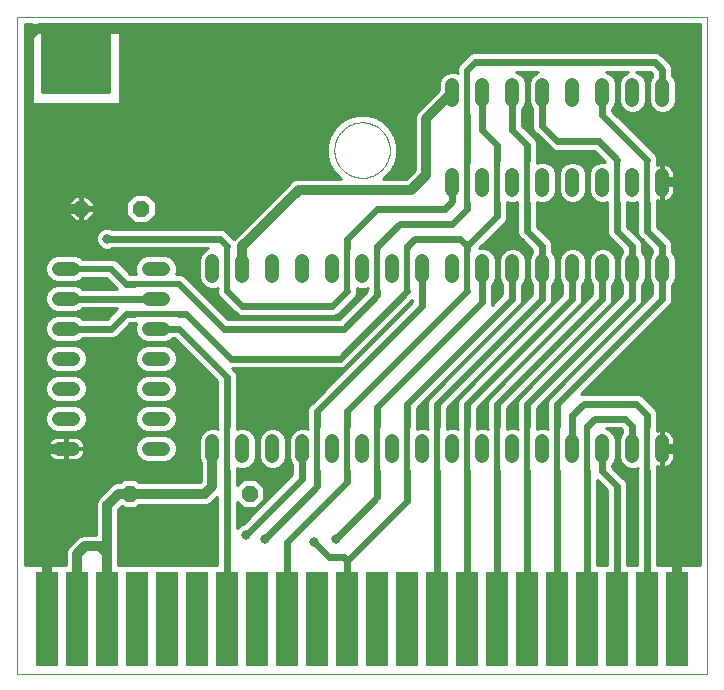
<source format=gtl>
G75*
%MOIN*%
%OFA0B0*%
%FSLAX24Y24*%
%IPPOS*%
%LPD*%
%AMOC8*
5,1,8,0,0,1.08239X$1,22.5*
%
%ADD10C,0.0000*%
%ADD11OC8,0.0560*%
%ADD12C,0.0480*%
%ADD13R,0.0748X0.3150*%
%ADD14C,0.0320*%
%ADD15C,0.0100*%
%ADD16C,0.0317*%
%ADD17C,0.0240*%
%ADD18C,0.0200*%
D10*
X000100Y000100D02*
X000100Y021998D01*
X023100Y021998D01*
X023100Y000100D01*
X000100Y000100D01*
X010671Y017547D02*
X010673Y017607D01*
X010679Y017668D01*
X010689Y017727D01*
X010703Y017786D01*
X010720Y017844D01*
X010741Y017901D01*
X010766Y017956D01*
X010795Y018009D01*
X010827Y018061D01*
X010862Y018110D01*
X010901Y018157D01*
X010942Y018201D01*
X010986Y018242D01*
X011033Y018281D01*
X011082Y018316D01*
X011133Y018348D01*
X011187Y018377D01*
X011242Y018402D01*
X011299Y018423D01*
X011357Y018440D01*
X011416Y018454D01*
X011475Y018464D01*
X011536Y018470D01*
X011596Y018472D01*
X011656Y018470D01*
X011717Y018464D01*
X011776Y018454D01*
X011835Y018440D01*
X011893Y018423D01*
X011950Y018402D01*
X012005Y018377D01*
X012058Y018348D01*
X012110Y018316D01*
X012159Y018281D01*
X012206Y018242D01*
X012250Y018201D01*
X012291Y018157D01*
X012330Y018110D01*
X012365Y018061D01*
X012397Y018010D01*
X012426Y017956D01*
X012451Y017901D01*
X012472Y017844D01*
X012489Y017786D01*
X012503Y017727D01*
X012513Y017668D01*
X012519Y017607D01*
X012521Y017547D01*
X012519Y017487D01*
X012513Y017426D01*
X012503Y017367D01*
X012489Y017308D01*
X012472Y017250D01*
X012451Y017193D01*
X012426Y017138D01*
X012397Y017085D01*
X012365Y017033D01*
X012330Y016984D01*
X012291Y016937D01*
X012250Y016893D01*
X012206Y016852D01*
X012159Y016813D01*
X012110Y016778D01*
X012059Y016746D01*
X012005Y016717D01*
X011950Y016692D01*
X011893Y016671D01*
X011835Y016654D01*
X011776Y016640D01*
X011717Y016630D01*
X011656Y016624D01*
X011596Y016622D01*
X011536Y016624D01*
X011475Y016630D01*
X011416Y016640D01*
X011357Y016654D01*
X011299Y016671D01*
X011242Y016692D01*
X011187Y016717D01*
X011134Y016746D01*
X011082Y016778D01*
X011033Y016813D01*
X010986Y016852D01*
X010942Y016893D01*
X010901Y016937D01*
X010862Y016984D01*
X010827Y017033D01*
X010795Y017084D01*
X010766Y017138D01*
X010741Y017193D01*
X010720Y017250D01*
X010703Y017308D01*
X010689Y017367D01*
X010679Y017426D01*
X010673Y017487D01*
X010671Y017547D01*
D11*
X004225Y015600D03*
X002225Y015600D03*
X003850Y006100D03*
X007850Y006100D03*
D12*
X007600Y007360D02*
X007600Y007840D01*
X006600Y007840D02*
X006600Y007360D01*
X004965Y007600D02*
X004485Y007600D01*
X004485Y008600D02*
X004965Y008600D01*
X004965Y009600D02*
X004485Y009600D01*
X004485Y010600D02*
X004965Y010600D01*
X004965Y011600D02*
X004485Y011600D01*
X004485Y012600D02*
X004965Y012600D01*
X004965Y013600D02*
X004485Y013600D01*
X006600Y013360D02*
X006600Y013840D01*
X007600Y013840D02*
X007600Y013360D01*
X008600Y013360D02*
X008600Y013840D01*
X009600Y013840D02*
X009600Y013360D01*
X010600Y013360D02*
X010600Y013840D01*
X011600Y013840D02*
X011600Y013360D01*
X012600Y013360D02*
X012600Y013840D01*
X013600Y013840D02*
X013600Y013360D01*
X014600Y013360D02*
X014600Y013840D01*
X015600Y013840D02*
X015600Y013360D01*
X016600Y013360D02*
X016600Y013840D01*
X017600Y013840D02*
X017600Y013360D01*
X018600Y013360D02*
X018600Y013840D01*
X019600Y013840D02*
X019600Y013360D01*
X020600Y013360D02*
X020600Y013840D01*
X021600Y013840D02*
X021600Y013360D01*
X021600Y016235D02*
X021600Y016715D01*
X020600Y016715D02*
X020600Y016235D01*
X019600Y016235D02*
X019600Y016715D01*
X018600Y016715D02*
X018600Y016235D01*
X017600Y016235D02*
X017600Y016715D01*
X016600Y016715D02*
X016600Y016235D01*
X015600Y016235D02*
X015600Y016715D01*
X014600Y016715D02*
X014600Y016235D01*
X014600Y019235D02*
X014600Y019715D01*
X015600Y019715D02*
X015600Y019235D01*
X016600Y019235D02*
X016600Y019715D01*
X017600Y019715D02*
X017600Y019235D01*
X018600Y019235D02*
X018600Y019715D01*
X019600Y019715D02*
X019600Y019235D01*
X020600Y019235D02*
X020600Y019715D01*
X021600Y019715D02*
X021600Y019235D01*
X021600Y007840D02*
X021600Y007360D01*
X020600Y007360D02*
X020600Y007840D01*
X019600Y007840D02*
X019600Y007360D01*
X018600Y007360D02*
X018600Y007840D01*
X017600Y007840D02*
X017600Y007360D01*
X016600Y007360D02*
X016600Y007840D01*
X015600Y007840D02*
X015600Y007360D01*
X014600Y007360D02*
X014600Y007840D01*
X013600Y007840D02*
X013600Y007360D01*
X012600Y007360D02*
X012600Y007840D01*
X011600Y007840D02*
X011600Y007360D01*
X010600Y007360D02*
X010600Y007840D01*
X009600Y007840D02*
X009600Y007360D01*
X008600Y007360D02*
X008600Y007840D01*
X001965Y007600D02*
X001485Y007600D01*
X001485Y008600D02*
X001965Y008600D01*
X001965Y009600D02*
X001485Y009600D01*
X001485Y010600D02*
X001965Y010600D01*
X001965Y011600D02*
X001485Y011600D01*
X001485Y012600D02*
X001965Y012600D01*
X001965Y013600D02*
X001485Y013600D01*
D13*
X001100Y001913D03*
X002100Y001913D03*
X003100Y001913D03*
X004100Y001913D03*
X005100Y001913D03*
X006100Y001913D03*
X007100Y001913D03*
X008100Y001913D03*
X009100Y001913D03*
X010100Y001913D03*
X011100Y001913D03*
X012100Y001913D03*
X013100Y001913D03*
X014100Y001913D03*
X015100Y001913D03*
X016100Y001913D03*
X017100Y001913D03*
X018100Y001913D03*
X019100Y001913D03*
X020100Y001913D03*
X021100Y001913D03*
X022100Y001913D03*
D14*
X022100Y003850D01*
X022725Y004475D01*
X022725Y007350D01*
X022475Y007600D01*
X021600Y007600D01*
X022725Y007350D02*
X022725Y016225D01*
X022475Y016475D01*
X021600Y016475D01*
X022725Y016225D02*
X022725Y021350D01*
X022475Y021600D01*
X000725Y021600D01*
X000475Y021350D01*
X000475Y015350D01*
X000725Y015600D01*
X002225Y015600D01*
X000475Y015350D02*
X000475Y007350D01*
X000725Y007600D01*
X001725Y007600D01*
X000475Y007350D02*
X000475Y004475D01*
X001100Y003850D01*
X001100Y001913D01*
X002100Y001913D02*
X002100Y004100D01*
X002350Y004350D01*
X002850Y004350D01*
X003100Y004100D01*
X003100Y005725D01*
X003475Y006100D01*
X003850Y006100D01*
X006350Y006100D01*
X006600Y006350D01*
X006600Y007600D01*
X003100Y004100D02*
X003100Y001913D01*
X007600Y013600D02*
X007600Y014350D01*
X009475Y016225D01*
X013225Y016225D01*
X013725Y016725D01*
X013725Y018600D01*
X014600Y019475D01*
D15*
X014150Y019548D02*
X013411Y018810D01*
X013355Y018674D01*
X013355Y016878D01*
X013072Y016595D01*
X012298Y016595D01*
X012318Y016606D01*
X012536Y016825D01*
X012691Y017093D01*
X012771Y017392D01*
X012771Y017702D01*
X012691Y018000D01*
X012536Y018268D01*
X012318Y018487D01*
X012050Y018642D01*
X011751Y018722D01*
X011441Y018722D01*
X011142Y018642D01*
X010874Y018487D01*
X010656Y018268D01*
X010501Y018000D01*
X010421Y017702D01*
X010421Y017392D01*
X010501Y017093D01*
X010656Y016825D01*
X010874Y016606D01*
X010894Y016595D01*
X009401Y016595D01*
X009265Y016539D01*
X009161Y016435D01*
X007322Y014595D01*
X007130Y014787D01*
X007037Y014880D01*
X006916Y014930D01*
X003266Y014930D01*
X003173Y014968D01*
X003027Y014968D01*
X002891Y014912D01*
X002788Y014809D01*
X002732Y014673D01*
X002732Y014527D01*
X002788Y014391D01*
X002891Y014288D01*
X003027Y014232D01*
X003173Y014232D01*
X003266Y014270D01*
X006462Y014270D01*
X006345Y014221D01*
X006219Y014095D01*
X006150Y013930D01*
X006150Y013270D01*
X006219Y013105D01*
X006345Y012979D01*
X006510Y012910D01*
X006690Y012910D01*
X006784Y012949D01*
X006770Y012916D01*
X006770Y012784D01*
X006820Y012663D01*
X007413Y012070D01*
X007534Y012020D01*
X010666Y012020D01*
X010787Y012070D01*
X010880Y012163D01*
X011380Y012663D01*
X011430Y012784D01*
X011430Y012916D01*
X011416Y012949D01*
X011510Y012910D01*
X011690Y012910D01*
X011784Y012949D01*
X011770Y012916D01*
X011770Y012862D01*
X010838Y011930D01*
X007112Y011930D01*
X005662Y013380D01*
X005541Y013430D01*
X005409Y013430D01*
X005376Y013416D01*
X005415Y013510D01*
X005415Y013690D01*
X005346Y013855D01*
X005220Y013981D01*
X005055Y014050D01*
X004395Y014050D01*
X004230Y013981D01*
X004104Y013855D01*
X004035Y013690D01*
X004035Y013510D01*
X004074Y013416D01*
X004041Y013430D01*
X003862Y013430D01*
X003412Y013880D01*
X003291Y013930D01*
X003159Y013930D01*
X003111Y013910D01*
X002291Y013910D01*
X002220Y013981D01*
X002055Y014050D01*
X001395Y014050D01*
X001230Y013981D01*
X001104Y013855D01*
X001035Y013690D01*
X001035Y013510D01*
X001104Y013345D01*
X001230Y013219D01*
X001395Y013150D01*
X002055Y013150D01*
X002220Y013219D01*
X002291Y013290D01*
X003068Y013290D01*
X003428Y012930D01*
X002271Y012930D01*
X002220Y012981D01*
X002055Y013050D01*
X001395Y013050D01*
X001230Y012981D01*
X001104Y012855D01*
X001035Y012690D01*
X001035Y012510D01*
X001104Y012345D01*
X001230Y012219D01*
X001395Y012150D01*
X002055Y012150D01*
X002220Y012219D01*
X002271Y012270D01*
X003428Y012270D01*
X003088Y011930D01*
X002271Y011930D01*
X002220Y011981D01*
X002055Y012050D01*
X001395Y012050D01*
X001230Y011981D01*
X001104Y011855D01*
X001035Y011690D01*
X001035Y011510D01*
X001104Y011345D01*
X001230Y011219D01*
X001395Y011150D01*
X002055Y011150D01*
X002220Y011219D01*
X002271Y011270D01*
X003291Y011270D01*
X003412Y011320D01*
X003862Y011770D01*
X004041Y011770D01*
X004074Y011784D01*
X004035Y011690D01*
X004035Y011510D01*
X004104Y011345D01*
X004230Y011219D01*
X004395Y011150D01*
X005055Y011150D01*
X005220Y011219D01*
X005271Y011270D01*
X005338Y011270D01*
X006770Y009838D01*
X006770Y008284D01*
X006784Y008251D01*
X006690Y008290D01*
X006510Y008290D01*
X006345Y008221D01*
X006219Y008095D01*
X006150Y007930D01*
X006150Y007270D01*
X006219Y007105D01*
X006230Y007094D01*
X006230Y006503D01*
X006197Y006470D01*
X004173Y006470D01*
X004053Y006590D01*
X003647Y006590D01*
X003527Y006470D01*
X003401Y006470D01*
X003265Y006414D01*
X003161Y006310D01*
X002890Y006039D01*
X002786Y005935D01*
X002730Y005799D01*
X002730Y004720D01*
X002276Y004720D01*
X002140Y004664D01*
X002036Y004560D01*
X001786Y004310D01*
X001730Y004174D01*
X001730Y003725D01*
X000350Y003725D01*
X000350Y021748D01*
X000600Y021748D01*
X000600Y019100D01*
X003538Y019100D01*
X003538Y021475D01*
X000788Y021475D01*
X000788Y021748D01*
X022850Y021748D01*
X022850Y003725D01*
X021430Y003725D01*
X021430Y006916D01*
X021410Y006964D01*
X021410Y007018D01*
X021415Y007014D01*
X021486Y006985D01*
X021562Y006970D01*
X021570Y006970D01*
X021570Y007570D01*
X021630Y007570D01*
X021630Y007630D01*
X021570Y007630D01*
X021570Y008230D01*
X021562Y008230D01*
X021486Y008215D01*
X021415Y008186D01*
X021410Y008182D01*
X021410Y008236D01*
X021430Y008284D01*
X021430Y008791D01*
X021380Y008912D01*
X020912Y009380D01*
X020791Y009430D01*
X018909Y009430D01*
X018888Y009421D01*
X021880Y012413D01*
X021930Y012534D01*
X021930Y013054D01*
X021981Y013105D01*
X022050Y013270D01*
X022050Y013930D01*
X021981Y014095D01*
X021930Y014146D01*
X021930Y014416D01*
X021880Y014537D01*
X021430Y014987D01*
X021430Y015853D01*
X021415Y015890D01*
X021415Y015889D01*
X021486Y015860D01*
X021427Y015860D01*
X021486Y015860D02*
X021562Y015845D01*
X021570Y015845D01*
X021570Y016445D01*
X021630Y016445D01*
X021630Y016505D01*
X021570Y016505D01*
X021570Y017105D01*
X021562Y017105D01*
X021486Y017090D01*
X021415Y017061D01*
X021410Y017057D01*
X021410Y017111D01*
X021430Y017159D01*
X021430Y017291D01*
X021380Y017412D01*
X019930Y018862D01*
X019930Y018929D01*
X019981Y018980D01*
X020050Y019145D01*
X020050Y019805D01*
X019981Y019970D01*
X019855Y020096D01*
X019738Y020145D01*
X020462Y020145D01*
X020345Y020096D01*
X020219Y019970D01*
X020150Y019805D01*
X020150Y019145D01*
X020219Y018980D01*
X020345Y018854D01*
X020510Y018785D01*
X020690Y018785D01*
X020855Y018854D01*
X020981Y018980D01*
X021050Y019145D01*
X021050Y019805D01*
X020981Y019970D01*
X020855Y020096D01*
X020738Y020145D01*
X021213Y020145D01*
X021270Y020088D01*
X021270Y020021D01*
X021219Y019970D01*
X021150Y019805D01*
X021150Y019145D01*
X021219Y018980D01*
X021345Y018854D01*
X021510Y018785D01*
X021690Y018785D01*
X021855Y018854D01*
X021981Y018980D01*
X022050Y019145D01*
X022050Y019805D01*
X021981Y019970D01*
X021930Y020021D01*
X021930Y020291D01*
X021880Y020412D01*
X021787Y020505D01*
X021537Y020755D01*
X021416Y020805D01*
X015284Y020805D01*
X015163Y020755D01*
X015070Y020662D01*
X014820Y020412D01*
X014770Y020291D01*
X014770Y020159D01*
X014784Y020126D01*
X014690Y020165D01*
X014510Y020165D01*
X014345Y020096D01*
X014219Y019970D01*
X014150Y019805D01*
X014150Y019548D01*
X014150Y019603D02*
X003538Y019603D01*
X003538Y019505D02*
X014106Y019505D01*
X014008Y019406D02*
X003538Y019406D01*
X003538Y019308D02*
X013909Y019308D01*
X013811Y019209D02*
X003538Y019209D01*
X003538Y019111D02*
X013712Y019111D01*
X013614Y019012D02*
X000350Y019012D01*
X000350Y018914D02*
X013515Y018914D01*
X013417Y018815D02*
X000350Y018815D01*
X000350Y018717D02*
X011421Y018717D01*
X011771Y018717D02*
X013373Y018717D01*
X013355Y018618D02*
X012091Y018618D01*
X012262Y018520D02*
X013355Y018520D01*
X013355Y018421D02*
X012384Y018421D01*
X012482Y018323D02*
X013355Y018323D01*
X013355Y018224D02*
X012562Y018224D01*
X012619Y018126D02*
X013355Y018126D01*
X013355Y018027D02*
X012676Y018027D01*
X012710Y017929D02*
X013355Y017929D01*
X013355Y017830D02*
X012737Y017830D01*
X012763Y017732D02*
X013355Y017732D01*
X013355Y017633D02*
X012771Y017633D01*
X012771Y017535D02*
X013355Y017535D01*
X013355Y017436D02*
X012771Y017436D01*
X012757Y017338D02*
X013355Y017338D01*
X013355Y017239D02*
X012730Y017239D01*
X012704Y017141D02*
X013355Y017141D01*
X013355Y017042D02*
X012662Y017042D01*
X012605Y016944D02*
X013355Y016944D01*
X013322Y016845D02*
X012548Y016845D01*
X012458Y016747D02*
X013223Y016747D01*
X013125Y016648D02*
X012359Y016648D01*
X010833Y016648D02*
X000350Y016648D01*
X000350Y016550D02*
X009292Y016550D01*
X009178Y016451D02*
X000350Y016451D01*
X000350Y016353D02*
X009079Y016353D01*
X008981Y016254D02*
X000350Y016254D01*
X000350Y016156D02*
X008882Y016156D01*
X008784Y016057D02*
X004461Y016057D01*
X004428Y016090D02*
X004022Y016090D01*
X003735Y015803D01*
X003735Y015397D01*
X004022Y015110D01*
X004428Y015110D01*
X004715Y015397D01*
X004715Y015803D01*
X004428Y016090D01*
X004559Y015959D02*
X008685Y015959D01*
X008587Y015860D02*
X004658Y015860D01*
X004715Y015762D02*
X008488Y015762D01*
X008390Y015663D02*
X004715Y015663D01*
X004715Y015565D02*
X008291Y015565D01*
X008193Y015466D02*
X004715Y015466D01*
X004686Y015368D02*
X008094Y015368D01*
X007996Y015269D02*
X004587Y015269D01*
X004489Y015171D02*
X007897Y015171D01*
X007799Y015072D02*
X000350Y015072D01*
X000350Y014974D02*
X007700Y014974D01*
X007602Y014875D02*
X007042Y014875D01*
X007140Y014777D02*
X007503Y014777D01*
X007405Y014678D02*
X007239Y014678D01*
X006309Y014186D02*
X000350Y014186D01*
X000350Y014284D02*
X002900Y014284D01*
X002796Y014383D02*
X000350Y014383D01*
X000350Y014481D02*
X002750Y014481D01*
X002732Y014580D02*
X000350Y014580D01*
X000350Y014678D02*
X002734Y014678D01*
X002774Y014777D02*
X000350Y014777D01*
X000350Y014875D02*
X002854Y014875D01*
X002502Y015269D02*
X003863Y015269D01*
X003961Y015171D02*
X002404Y015171D01*
X002403Y015170D02*
X002655Y015422D01*
X002655Y015561D01*
X002264Y015561D01*
X002264Y015639D01*
X002655Y015639D01*
X002655Y015778D01*
X002403Y016030D01*
X002264Y016030D01*
X002264Y015639D01*
X002186Y015639D01*
X002186Y016030D01*
X002047Y016030D01*
X001795Y015778D01*
X001795Y015639D01*
X002186Y015639D01*
X002186Y015561D01*
X002264Y015561D01*
X002264Y015170D01*
X002403Y015170D01*
X002264Y015171D02*
X002186Y015171D01*
X002186Y015170D02*
X002186Y015561D01*
X001795Y015561D01*
X001795Y015422D01*
X002047Y015170D01*
X002186Y015170D01*
X002186Y015269D02*
X002264Y015269D01*
X002264Y015368D02*
X002186Y015368D01*
X002186Y015466D02*
X002264Y015466D01*
X002264Y015565D02*
X003735Y015565D01*
X003735Y015663D02*
X002655Y015663D01*
X002655Y015762D02*
X003735Y015762D01*
X003792Y015860D02*
X002573Y015860D01*
X002475Y015959D02*
X003891Y015959D01*
X003989Y016057D02*
X000350Y016057D01*
X000350Y015959D02*
X001975Y015959D01*
X001877Y015860D02*
X000350Y015860D01*
X000350Y015762D02*
X001795Y015762D01*
X001795Y015663D02*
X000350Y015663D01*
X000350Y015565D02*
X002186Y015565D01*
X002186Y015663D02*
X002264Y015663D01*
X002264Y015762D02*
X002186Y015762D01*
X002186Y015860D02*
X002264Y015860D01*
X002264Y015959D02*
X002186Y015959D01*
X001795Y015466D02*
X000350Y015466D01*
X000350Y015368D02*
X001849Y015368D01*
X001948Y015269D02*
X000350Y015269D01*
X000350Y015171D02*
X002046Y015171D01*
X002601Y015368D02*
X003764Y015368D01*
X003735Y015466D02*
X002655Y015466D01*
X002203Y013989D02*
X004247Y013989D01*
X004139Y013890D02*
X003387Y013890D01*
X003500Y013792D02*
X004077Y013792D01*
X004036Y013693D02*
X003599Y013693D01*
X003697Y013595D02*
X004035Y013595D01*
X004041Y013496D02*
X003796Y013496D01*
X003256Y013102D02*
X000350Y013102D01*
X000350Y013004D02*
X001283Y013004D01*
X001154Y012905D02*
X000350Y012905D01*
X000350Y012807D02*
X001083Y012807D01*
X001043Y012708D02*
X000350Y012708D01*
X000350Y012610D02*
X001035Y012610D01*
X001035Y012511D02*
X000350Y012511D01*
X000350Y012413D02*
X001076Y012413D01*
X001135Y012314D02*
X000350Y012314D01*
X000350Y012216D02*
X001237Y012216D01*
X001320Y012019D02*
X000350Y012019D01*
X000350Y012117D02*
X003275Y012117D01*
X003177Y012019D02*
X002130Y012019D01*
X002213Y012216D02*
X003374Y012216D01*
X003815Y011723D02*
X004049Y011723D01*
X004035Y011625D02*
X003716Y011625D01*
X003618Y011526D02*
X004035Y011526D01*
X004069Y011428D02*
X003519Y011428D01*
X003421Y011329D02*
X004120Y011329D01*
X004218Y011231D02*
X002232Y011231D01*
X002094Y011034D02*
X004356Y011034D01*
X004395Y011050D02*
X004230Y010981D01*
X004104Y010855D01*
X004035Y010690D01*
X004035Y010510D01*
X004104Y010345D01*
X004230Y010219D01*
X004395Y010150D01*
X005055Y010150D01*
X005220Y010219D01*
X005346Y010345D01*
X005415Y010510D01*
X005415Y010690D01*
X005346Y010855D01*
X005220Y010981D01*
X005055Y011050D01*
X004395Y011050D01*
X004184Y010935D02*
X002266Y010935D01*
X002220Y010981D02*
X002055Y011050D01*
X001395Y011050D01*
X001230Y010981D01*
X001104Y010855D01*
X001035Y010690D01*
X001035Y010510D01*
X001104Y010345D01*
X001230Y010219D01*
X001395Y010150D01*
X002055Y010150D01*
X002220Y010219D01*
X002346Y010345D01*
X002415Y010510D01*
X002415Y010690D01*
X002346Y010855D01*
X002220Y010981D01*
X002354Y010837D02*
X004096Y010837D01*
X004055Y010738D02*
X002395Y010738D01*
X002415Y010640D02*
X004035Y010640D01*
X004035Y010541D02*
X002415Y010541D01*
X002387Y010443D02*
X004063Y010443D01*
X004105Y010344D02*
X002345Y010344D01*
X002247Y010246D02*
X004203Y010246D01*
X004230Y009981D02*
X004104Y009855D01*
X004035Y009690D01*
X004035Y009510D01*
X004104Y009345D01*
X004230Y009219D01*
X004395Y009150D01*
X005055Y009150D01*
X005220Y009219D01*
X005346Y009345D01*
X005415Y009510D01*
X005415Y009690D01*
X005346Y009855D01*
X005220Y009981D01*
X005055Y010050D01*
X004395Y010050D01*
X004230Y009981D01*
X004199Y009950D02*
X002251Y009950D01*
X002220Y009981D02*
X002055Y010050D01*
X001395Y010050D01*
X001230Y009981D01*
X001104Y009855D01*
X001035Y009690D01*
X001035Y009510D01*
X001104Y009345D01*
X001230Y009219D01*
X001395Y009150D01*
X002055Y009150D01*
X002220Y009219D01*
X002346Y009345D01*
X002415Y009510D01*
X002415Y009690D01*
X002346Y009855D01*
X002220Y009981D01*
X002058Y010049D02*
X004392Y010049D01*
X004102Y009852D02*
X002348Y009852D01*
X002389Y009753D02*
X004061Y009753D01*
X004035Y009655D02*
X002415Y009655D01*
X002415Y009556D02*
X004035Y009556D01*
X004057Y009458D02*
X002393Y009458D01*
X002352Y009359D02*
X004098Y009359D01*
X004188Y009261D02*
X002262Y009261D01*
X002084Y009162D02*
X004366Y009162D01*
X004395Y009050D02*
X004230Y008981D01*
X004104Y008855D01*
X004035Y008690D01*
X004035Y008510D01*
X004104Y008345D01*
X004230Y008219D01*
X004395Y008150D01*
X005055Y008150D01*
X005220Y008219D01*
X005346Y008345D01*
X005415Y008510D01*
X005415Y008690D01*
X005346Y008855D01*
X005220Y008981D01*
X005055Y009050D01*
X004395Y009050D01*
X004214Y008965D02*
X002236Y008965D01*
X002220Y008981D02*
X002055Y009050D01*
X001395Y009050D01*
X001230Y008981D01*
X001104Y008855D01*
X001035Y008690D01*
X001035Y008510D01*
X001104Y008345D01*
X001230Y008219D01*
X001395Y008150D01*
X002055Y008150D01*
X002220Y008219D01*
X002346Y008345D01*
X002415Y008510D01*
X002415Y008690D01*
X002346Y008855D01*
X002220Y008981D01*
X002335Y008867D02*
X004115Y008867D01*
X004068Y008768D02*
X002382Y008768D01*
X002415Y008670D02*
X004035Y008670D01*
X004035Y008571D02*
X002415Y008571D01*
X002399Y008473D02*
X004051Y008473D01*
X004092Y008374D02*
X002358Y008374D01*
X002277Y008276D02*
X004173Y008276D01*
X004330Y008177D02*
X002120Y008177D01*
X002079Y007975D02*
X002003Y007990D01*
X001755Y007990D01*
X001755Y007630D01*
X001695Y007630D01*
X001695Y007990D01*
X001447Y007990D01*
X001371Y007975D01*
X001300Y007946D01*
X001236Y007903D01*
X001182Y007849D01*
X001139Y007785D01*
X001110Y007714D01*
X001095Y007638D01*
X001095Y007630D01*
X001695Y007630D01*
X001695Y007570D01*
X001755Y007570D01*
X001755Y007630D01*
X002355Y007630D01*
X002355Y007638D01*
X002340Y007714D01*
X002311Y007785D01*
X002268Y007849D01*
X002214Y007903D01*
X002150Y007946D01*
X002079Y007975D01*
X002054Y007980D02*
X004229Y007980D01*
X004230Y007981D02*
X004104Y007855D01*
X004035Y007690D01*
X004035Y007510D01*
X004104Y007345D01*
X004230Y007219D01*
X004395Y007150D01*
X005055Y007150D01*
X005220Y007219D01*
X005346Y007345D01*
X005415Y007510D01*
X005415Y007690D01*
X005346Y007855D01*
X005220Y007981D01*
X005055Y008050D01*
X004395Y008050D01*
X004230Y007981D01*
X004130Y007882D02*
X002235Y007882D01*
X002311Y007783D02*
X004074Y007783D01*
X004035Y007685D02*
X002346Y007685D01*
X002355Y007570D02*
X001755Y007570D01*
X001755Y007210D01*
X002003Y007210D01*
X002079Y007225D01*
X002150Y007254D01*
X002214Y007297D01*
X002268Y007351D01*
X002311Y007415D01*
X002340Y007486D01*
X002355Y007562D01*
X002355Y007570D01*
X002340Y007488D02*
X004045Y007488D01*
X004035Y007586D02*
X001755Y007586D01*
X001695Y007586D02*
X000350Y007586D01*
X000350Y007488D02*
X001110Y007488D01*
X001110Y007486D02*
X001139Y007415D01*
X001182Y007351D01*
X001236Y007297D01*
X001300Y007254D01*
X001371Y007225D01*
X001447Y007210D01*
X001695Y007210D01*
X001695Y007570D01*
X001095Y007570D01*
X001095Y007562D01*
X001110Y007486D01*
X001157Y007389D02*
X000350Y007389D01*
X000350Y007291D02*
X001246Y007291D01*
X001104Y007685D02*
X000350Y007685D01*
X000350Y007783D02*
X001139Y007783D01*
X001215Y007882D02*
X000350Y007882D01*
X000350Y007980D02*
X001396Y007980D01*
X001330Y008177D02*
X000350Y008177D01*
X000350Y008079D02*
X006212Y008079D01*
X006171Y007980D02*
X005221Y007980D01*
X005320Y007882D02*
X006150Y007882D01*
X006150Y007783D02*
X005376Y007783D01*
X005415Y007685D02*
X006150Y007685D01*
X006150Y007586D02*
X005415Y007586D01*
X005405Y007488D02*
X006150Y007488D01*
X006150Y007389D02*
X005365Y007389D01*
X005292Y007291D02*
X006150Y007291D01*
X006183Y007192D02*
X005156Y007192D01*
X004294Y007192D02*
X000350Y007192D01*
X000350Y007094D02*
X006230Y007094D01*
X006230Y006995D02*
X000350Y006995D01*
X000350Y006897D02*
X006230Y006897D01*
X006230Y006798D02*
X000350Y006798D01*
X000350Y006700D02*
X006230Y006700D01*
X006230Y006601D02*
X000350Y006601D01*
X000350Y006503D02*
X003560Y006503D01*
X003256Y006404D02*
X000350Y006404D01*
X000350Y006306D02*
X003157Y006306D01*
X003059Y006207D02*
X000350Y006207D01*
X000350Y006109D02*
X002960Y006109D01*
X002862Y006010D02*
X000350Y006010D01*
X000350Y005912D02*
X002777Y005912D01*
X002736Y005813D02*
X000350Y005813D01*
X000350Y005715D02*
X002730Y005715D01*
X002730Y005616D02*
X000350Y005616D01*
X000350Y005518D02*
X002730Y005518D01*
X002730Y005419D02*
X000350Y005419D01*
X000350Y005321D02*
X002730Y005321D01*
X002730Y005222D02*
X000350Y005222D01*
X000350Y005124D02*
X002730Y005124D01*
X002730Y005025D02*
X000350Y005025D01*
X000350Y004927D02*
X002730Y004927D01*
X002730Y004828D02*
X000350Y004828D01*
X000350Y004730D02*
X002730Y004730D01*
X002108Y004631D02*
X000350Y004631D01*
X000350Y004533D02*
X002009Y004533D01*
X001911Y004434D02*
X000350Y004434D01*
X000350Y004336D02*
X001812Y004336D01*
X001756Y004237D02*
X000350Y004237D01*
X000350Y004139D02*
X001730Y004139D01*
X001730Y004040D02*
X000350Y004040D01*
X000350Y003942D02*
X001730Y003942D01*
X001730Y003843D02*
X000350Y003843D01*
X000350Y003745D02*
X001730Y003745D01*
X003470Y003745D02*
X006770Y003745D01*
X006770Y003725D02*
X003470Y003725D01*
X003470Y005572D01*
X003578Y005679D01*
X003647Y005610D01*
X004053Y005610D01*
X004173Y005730D01*
X006424Y005730D01*
X006560Y005786D01*
X006664Y005890D01*
X006770Y005997D01*
X006770Y003725D01*
X006770Y003843D02*
X003470Y003843D01*
X003470Y003942D02*
X006770Y003942D01*
X006770Y004040D02*
X003470Y004040D01*
X003470Y004139D02*
X006770Y004139D01*
X006770Y004237D02*
X003470Y004237D01*
X003470Y004336D02*
X006770Y004336D01*
X006770Y004434D02*
X003470Y004434D01*
X003470Y004533D02*
X006770Y004533D01*
X006770Y004631D02*
X003470Y004631D01*
X003470Y004730D02*
X006770Y004730D01*
X006770Y004828D02*
X003470Y004828D01*
X003470Y004927D02*
X006770Y004927D01*
X006770Y005025D02*
X003470Y005025D01*
X003470Y005124D02*
X006770Y005124D01*
X006770Y005222D02*
X003470Y005222D01*
X003470Y005321D02*
X006770Y005321D01*
X006770Y005419D02*
X003470Y005419D01*
X003470Y005518D02*
X006770Y005518D01*
X006770Y005616D02*
X004059Y005616D01*
X004157Y005715D02*
X006770Y005715D01*
X006770Y005813D02*
X006586Y005813D01*
X006685Y005912D02*
X006770Y005912D01*
X007430Y005827D02*
X007647Y005610D01*
X008053Y005610D01*
X008340Y005897D01*
X008340Y006303D01*
X008053Y006590D01*
X007647Y006590D01*
X007430Y006373D01*
X007430Y006916D01*
X007416Y006949D01*
X007510Y006910D01*
X007690Y006910D01*
X007855Y006979D01*
X007981Y007105D01*
X008050Y007270D01*
X008050Y007930D01*
X007981Y008095D01*
X007855Y008221D01*
X007690Y008290D01*
X007510Y008290D01*
X007416Y008251D01*
X007430Y008284D01*
X007430Y010041D01*
X007380Y010162D01*
X007287Y010255D01*
X007272Y010270D01*
X010916Y010270D01*
X011037Y010320D01*
X013270Y012553D01*
X013270Y012487D01*
X009913Y009130D01*
X009820Y009037D01*
X009770Y008916D01*
X009770Y008284D01*
X009784Y008251D01*
X009690Y008290D01*
X009510Y008290D01*
X009345Y008221D01*
X009219Y008095D01*
X009150Y007930D01*
X009150Y007270D01*
X009219Y007105D01*
X009270Y007054D01*
X009270Y006737D01*
X007609Y005076D01*
X007516Y005037D01*
X007430Y004951D01*
X007430Y005827D01*
X007430Y005813D02*
X007444Y005813D01*
X007430Y005715D02*
X007543Y005715D01*
X007641Y005616D02*
X007430Y005616D01*
X007430Y005518D02*
X008051Y005518D01*
X008059Y005616D02*
X008149Y005616D01*
X008157Y005715D02*
X008248Y005715D01*
X008256Y005813D02*
X008346Y005813D01*
X008340Y005912D02*
X008445Y005912D01*
X008543Y006010D02*
X008340Y006010D01*
X008340Y006109D02*
X008642Y006109D01*
X008740Y006207D02*
X008340Y006207D01*
X008337Y006306D02*
X008839Y006306D01*
X008937Y006404D02*
X008239Y006404D01*
X008140Y006503D02*
X009036Y006503D01*
X009134Y006601D02*
X007430Y006601D01*
X007430Y006503D02*
X007560Y006503D01*
X007461Y006404D02*
X007430Y006404D01*
X007430Y006700D02*
X009233Y006700D01*
X009270Y006798D02*
X007430Y006798D01*
X007430Y006897D02*
X009270Y006897D01*
X009270Y006995D02*
X008871Y006995D01*
X008855Y006979D02*
X008981Y007105D01*
X009050Y007270D01*
X009050Y007930D01*
X008981Y008095D01*
X008855Y008221D01*
X008690Y008290D01*
X008510Y008290D01*
X008345Y008221D01*
X008219Y008095D01*
X008150Y007930D01*
X008150Y007270D01*
X008219Y007105D01*
X008345Y006979D01*
X008510Y006910D01*
X008690Y006910D01*
X008855Y006979D01*
X008970Y007094D02*
X009230Y007094D01*
X009183Y007192D02*
X009017Y007192D01*
X009050Y007291D02*
X009150Y007291D01*
X009150Y007389D02*
X009050Y007389D01*
X009050Y007488D02*
X009150Y007488D01*
X009150Y007586D02*
X009050Y007586D01*
X009050Y007685D02*
X009150Y007685D01*
X009150Y007783D02*
X009050Y007783D01*
X009050Y007882D02*
X009150Y007882D01*
X009171Y007980D02*
X009029Y007980D01*
X008988Y008079D02*
X009212Y008079D01*
X009301Y008177D02*
X008899Y008177D01*
X008724Y008276D02*
X009476Y008276D01*
X009724Y008276D02*
X009774Y008276D01*
X009770Y008374D02*
X007430Y008374D01*
X007430Y008473D02*
X009770Y008473D01*
X009770Y008571D02*
X007430Y008571D01*
X007430Y008670D02*
X009770Y008670D01*
X009770Y008768D02*
X007430Y008768D01*
X007430Y008867D02*
X009770Y008867D01*
X009790Y008965D02*
X007430Y008965D01*
X007430Y009064D02*
X009847Y009064D01*
X009945Y009162D02*
X007430Y009162D01*
X007430Y009261D02*
X010044Y009261D01*
X010142Y009359D02*
X007430Y009359D01*
X007430Y009458D02*
X010241Y009458D01*
X010339Y009556D02*
X007430Y009556D01*
X007430Y009655D02*
X010438Y009655D01*
X010536Y009753D02*
X007430Y009753D01*
X007430Y009852D02*
X010635Y009852D01*
X010733Y009950D02*
X007430Y009950D01*
X007427Y010049D02*
X010832Y010049D01*
X010930Y010147D02*
X007386Y010147D01*
X007296Y010246D02*
X011029Y010246D01*
X011061Y010344D02*
X011127Y010344D01*
X011159Y010443D02*
X011226Y010443D01*
X011258Y010541D02*
X011324Y010541D01*
X011356Y010640D02*
X011423Y010640D01*
X011455Y010738D02*
X011521Y010738D01*
X011553Y010837D02*
X011620Y010837D01*
X011652Y010935D02*
X011718Y010935D01*
X011750Y011034D02*
X011817Y011034D01*
X011849Y011132D02*
X011915Y011132D01*
X011947Y011231D02*
X012014Y011231D01*
X012046Y011329D02*
X012112Y011329D01*
X012144Y011428D02*
X012211Y011428D01*
X012243Y011526D02*
X012309Y011526D01*
X012341Y011625D02*
X012408Y011625D01*
X012440Y011723D02*
X012506Y011723D01*
X012538Y011822D02*
X012605Y011822D01*
X012637Y011920D02*
X012703Y011920D01*
X012735Y012019D02*
X012802Y012019D01*
X012834Y012117D02*
X012900Y012117D01*
X012932Y012216D02*
X012999Y012216D01*
X013031Y012314D02*
X013097Y012314D01*
X013129Y012413D02*
X013196Y012413D01*
X013228Y012511D02*
X013270Y012511D01*
X011770Y012905D02*
X011430Y012905D01*
X011430Y012807D02*
X011715Y012807D01*
X011616Y012708D02*
X011398Y012708D01*
X011326Y012610D02*
X011518Y012610D01*
X011419Y012511D02*
X011228Y012511D01*
X011321Y012413D02*
X011129Y012413D01*
X011222Y012314D02*
X011031Y012314D01*
X011124Y012216D02*
X010932Y012216D01*
X011025Y012117D02*
X010834Y012117D01*
X010927Y012019D02*
X007023Y012019D01*
X006925Y012117D02*
X007366Y012117D01*
X007268Y012216D02*
X006826Y012216D01*
X006728Y012314D02*
X007169Y012314D01*
X007071Y012413D02*
X006629Y012413D01*
X006531Y012511D02*
X006972Y012511D01*
X006874Y012610D02*
X006432Y012610D01*
X006334Y012708D02*
X006802Y012708D01*
X006770Y012807D02*
X006235Y012807D01*
X006137Y012905D02*
X006770Y012905D01*
X006320Y013004D02*
X006038Y013004D01*
X005940Y013102D02*
X006222Y013102D01*
X006179Y013201D02*
X005841Y013201D01*
X005743Y013299D02*
X006150Y013299D01*
X006150Y013398D02*
X005619Y013398D01*
X005409Y013496D02*
X006150Y013496D01*
X006150Y013595D02*
X005415Y013595D01*
X005414Y013693D02*
X006150Y013693D01*
X006150Y013792D02*
X005373Y013792D01*
X005311Y013890D02*
X006150Y013890D01*
X006174Y013989D02*
X005203Y013989D01*
X006215Y014087D02*
X000350Y014087D01*
X000350Y013989D02*
X001247Y013989D01*
X001139Y013890D02*
X000350Y013890D01*
X000350Y013792D02*
X001077Y013792D01*
X001036Y013693D02*
X000350Y013693D01*
X000350Y013595D02*
X001035Y013595D01*
X001041Y013496D02*
X000350Y013496D01*
X000350Y013398D02*
X001082Y013398D01*
X001150Y013299D02*
X000350Y013299D01*
X000350Y013201D02*
X001273Y013201D01*
X002177Y013201D02*
X003158Y013201D01*
X003355Y013004D02*
X002167Y013004D01*
X001169Y011920D02*
X000350Y011920D01*
X000350Y011822D02*
X001090Y011822D01*
X001049Y011723D02*
X000350Y011723D01*
X000350Y011625D02*
X001035Y011625D01*
X001035Y011526D02*
X000350Y011526D01*
X000350Y011428D02*
X001069Y011428D01*
X001120Y011329D02*
X000350Y011329D01*
X000350Y011231D02*
X001218Y011231D01*
X001356Y011034D02*
X000350Y011034D01*
X000350Y011132D02*
X005476Y011132D01*
X005378Y011231D02*
X005232Y011231D01*
X005094Y011034D02*
X005575Y011034D01*
X005673Y010935D02*
X005266Y010935D01*
X005354Y010837D02*
X005772Y010837D01*
X005870Y010738D02*
X005395Y010738D01*
X005415Y010640D02*
X005969Y010640D01*
X006067Y010541D02*
X005415Y010541D01*
X005387Y010443D02*
X006166Y010443D01*
X006264Y010344D02*
X005345Y010344D01*
X005247Y010246D02*
X006363Y010246D01*
X006461Y010147D02*
X000350Y010147D01*
X000350Y010049D02*
X001392Y010049D01*
X001199Y009950D02*
X000350Y009950D01*
X000350Y009852D02*
X001102Y009852D01*
X001061Y009753D02*
X000350Y009753D01*
X000350Y009655D02*
X001035Y009655D01*
X001035Y009556D02*
X000350Y009556D01*
X000350Y009458D02*
X001057Y009458D01*
X001098Y009359D02*
X000350Y009359D01*
X000350Y009261D02*
X001188Y009261D01*
X001366Y009162D02*
X000350Y009162D01*
X000350Y009064D02*
X006770Y009064D01*
X006770Y009162D02*
X005084Y009162D01*
X005262Y009261D02*
X006770Y009261D01*
X006770Y009359D02*
X005352Y009359D01*
X005393Y009458D02*
X006770Y009458D01*
X006770Y009556D02*
X005415Y009556D01*
X005415Y009655D02*
X006770Y009655D01*
X006770Y009753D02*
X005389Y009753D01*
X005348Y009852D02*
X006757Y009852D01*
X006658Y009950D02*
X005251Y009950D01*
X005058Y010049D02*
X006560Y010049D01*
X006770Y008965D02*
X005236Y008965D01*
X005335Y008867D02*
X006770Y008867D01*
X006770Y008768D02*
X005382Y008768D01*
X005415Y008670D02*
X006770Y008670D01*
X006770Y008571D02*
X005415Y008571D01*
X005399Y008473D02*
X006770Y008473D01*
X006770Y008374D02*
X005358Y008374D01*
X005277Y008276D02*
X006476Y008276D01*
X006301Y008177D02*
X005120Y008177D01*
X004085Y007389D02*
X002293Y007389D01*
X002204Y007291D02*
X004158Y007291D01*
X004140Y006503D02*
X006229Y006503D01*
X007430Y005419D02*
X007952Y005419D01*
X007854Y005321D02*
X007430Y005321D01*
X007430Y005222D02*
X007755Y005222D01*
X007657Y005124D02*
X007430Y005124D01*
X007430Y005025D02*
X007504Y005025D01*
X007871Y006995D02*
X008329Y006995D01*
X008230Y007094D02*
X007970Y007094D01*
X008017Y007192D02*
X008183Y007192D01*
X008150Y007291D02*
X008050Y007291D01*
X008050Y007389D02*
X008150Y007389D01*
X008150Y007488D02*
X008050Y007488D01*
X008050Y007586D02*
X008150Y007586D01*
X008150Y007685D02*
X008050Y007685D01*
X008050Y007783D02*
X008150Y007783D01*
X008150Y007882D02*
X008050Y007882D01*
X008029Y007980D02*
X008171Y007980D01*
X008212Y008079D02*
X007988Y008079D01*
X007899Y008177D02*
X008301Y008177D01*
X008476Y008276D02*
X007724Y008276D01*
X007476Y008276D02*
X007426Y008276D01*
X006774Y008276D02*
X006724Y008276D01*
X003641Y005616D02*
X003514Y005616D01*
X001755Y007291D02*
X001695Y007291D01*
X001695Y007389D02*
X001755Y007389D01*
X001755Y007488D02*
X001695Y007488D01*
X001695Y007685D02*
X001755Y007685D01*
X001755Y007783D02*
X001695Y007783D01*
X001695Y007882D02*
X001755Y007882D01*
X001755Y007980D02*
X001695Y007980D01*
X001173Y008276D02*
X000350Y008276D01*
X000350Y008374D02*
X001092Y008374D01*
X001051Y008473D02*
X000350Y008473D01*
X000350Y008571D02*
X001035Y008571D01*
X001035Y008670D02*
X000350Y008670D01*
X000350Y008768D02*
X001068Y008768D01*
X001115Y008867D02*
X000350Y008867D01*
X000350Y008965D02*
X001214Y008965D01*
X001203Y010246D02*
X000350Y010246D01*
X000350Y010344D02*
X001105Y010344D01*
X001063Y010443D02*
X000350Y010443D01*
X000350Y010541D02*
X001035Y010541D01*
X001035Y010640D02*
X000350Y010640D01*
X000350Y010738D02*
X001055Y010738D01*
X001096Y010837D02*
X000350Y010837D01*
X000350Y010935D02*
X001184Y010935D01*
X000350Y016747D02*
X010734Y016747D01*
X010644Y016845D02*
X000350Y016845D01*
X000350Y016944D02*
X010587Y016944D01*
X010531Y017042D02*
X000350Y017042D01*
X000350Y017141D02*
X010488Y017141D01*
X010462Y017239D02*
X000350Y017239D01*
X000350Y017338D02*
X010435Y017338D01*
X010421Y017436D02*
X000350Y017436D01*
X000350Y017535D02*
X010421Y017535D01*
X010421Y017633D02*
X000350Y017633D01*
X000350Y017732D02*
X010429Y017732D01*
X010455Y017830D02*
X000350Y017830D01*
X000350Y017929D02*
X010482Y017929D01*
X010516Y018027D02*
X000350Y018027D01*
X000350Y018126D02*
X010573Y018126D01*
X010630Y018224D02*
X000350Y018224D01*
X000350Y018323D02*
X010710Y018323D01*
X010808Y018421D02*
X000350Y018421D01*
X000350Y018520D02*
X010930Y018520D01*
X011101Y018618D02*
X000350Y018618D01*
X000350Y019111D02*
X000600Y019111D01*
X000600Y019209D02*
X000350Y019209D01*
X000350Y019308D02*
X000600Y019308D01*
X000600Y019406D02*
X000350Y019406D01*
X000350Y019505D02*
X000600Y019505D01*
X000600Y019603D02*
X000350Y019603D01*
X000350Y019702D02*
X000600Y019702D01*
X000600Y019800D02*
X000350Y019800D01*
X000350Y019899D02*
X000600Y019899D01*
X000600Y019997D02*
X000350Y019997D01*
X000350Y020096D02*
X000600Y020096D01*
X000600Y020194D02*
X000350Y020194D01*
X000350Y020293D02*
X000600Y020293D01*
X000600Y020391D02*
X000350Y020391D01*
X000350Y020490D02*
X000600Y020490D01*
X000600Y020588D02*
X000350Y020588D01*
X000350Y020687D02*
X000600Y020687D01*
X000600Y020785D02*
X000350Y020785D01*
X000350Y020884D02*
X000600Y020884D01*
X000600Y020982D02*
X000350Y020982D01*
X000350Y021081D02*
X000600Y021081D01*
X000600Y021179D02*
X000350Y021179D01*
X000350Y021278D02*
X000600Y021278D01*
X000600Y021376D02*
X000350Y021376D01*
X000350Y021475D02*
X000600Y021475D01*
X000600Y021573D02*
X000350Y021573D01*
X000350Y021672D02*
X000600Y021672D01*
X000788Y021672D02*
X022850Y021672D01*
X022850Y021573D02*
X000788Y021573D01*
X000913Y021538D02*
X003163Y021538D01*
X003163Y019475D01*
X000913Y019475D01*
X000913Y021538D01*
X000913Y021475D02*
X003163Y021475D01*
X003163Y021376D02*
X000913Y021376D01*
X000913Y021278D02*
X003163Y021278D01*
X003163Y021179D02*
X000913Y021179D01*
X000913Y021081D02*
X003163Y021081D01*
X003163Y020982D02*
X000913Y020982D01*
X000913Y020884D02*
X003163Y020884D01*
X003163Y020785D02*
X000913Y020785D01*
X000913Y020687D02*
X003163Y020687D01*
X003163Y020588D02*
X000913Y020588D01*
X000913Y020490D02*
X003163Y020490D01*
X003163Y020391D02*
X000913Y020391D01*
X000913Y020293D02*
X003163Y020293D01*
X003163Y020194D02*
X000913Y020194D01*
X000913Y020096D02*
X003163Y020096D01*
X003163Y019997D02*
X000913Y019997D01*
X000913Y019899D02*
X003163Y019899D01*
X003163Y019800D02*
X000913Y019800D01*
X000913Y019702D02*
X003163Y019702D01*
X003163Y019603D02*
X000913Y019603D01*
X000913Y019505D02*
X003163Y019505D01*
X003538Y019702D02*
X014150Y019702D01*
X014150Y019800D02*
X003538Y019800D01*
X003538Y019899D02*
X014189Y019899D01*
X014246Y019997D02*
X003538Y019997D01*
X003538Y020096D02*
X014344Y020096D01*
X014770Y020194D02*
X003538Y020194D01*
X003538Y020293D02*
X014771Y020293D01*
X014812Y020391D02*
X003538Y020391D01*
X003538Y020490D02*
X014898Y020490D01*
X014996Y020588D02*
X003538Y020588D01*
X003538Y020687D02*
X015095Y020687D01*
X015236Y020785D02*
X003538Y020785D01*
X003538Y020884D02*
X022850Y020884D01*
X022850Y020982D02*
X003538Y020982D01*
X003538Y021081D02*
X022850Y021081D01*
X022850Y021179D02*
X003538Y021179D01*
X003538Y021278D02*
X022850Y021278D01*
X022850Y021376D02*
X003538Y021376D01*
X003538Y021475D02*
X022850Y021475D01*
X022850Y020785D02*
X021464Y020785D01*
X021605Y020687D02*
X022850Y020687D01*
X022850Y020588D02*
X021704Y020588D01*
X021802Y020490D02*
X022850Y020490D01*
X022850Y020391D02*
X021888Y020391D01*
X021929Y020293D02*
X022850Y020293D01*
X022850Y020194D02*
X021930Y020194D01*
X021930Y020096D02*
X022850Y020096D01*
X022850Y019997D02*
X021954Y019997D01*
X022011Y019899D02*
X022850Y019899D01*
X022850Y019800D02*
X022050Y019800D01*
X022050Y019702D02*
X022850Y019702D01*
X022850Y019603D02*
X022050Y019603D01*
X022050Y019505D02*
X022850Y019505D01*
X022850Y019406D02*
X022050Y019406D01*
X022050Y019308D02*
X022850Y019308D01*
X022850Y019209D02*
X022050Y019209D01*
X022036Y019111D02*
X022850Y019111D01*
X022850Y019012D02*
X021995Y019012D01*
X021915Y018914D02*
X022850Y018914D01*
X022850Y018815D02*
X021762Y018815D01*
X021438Y018815D02*
X020762Y018815D01*
X020915Y018914D02*
X021285Y018914D01*
X021205Y019012D02*
X020995Y019012D01*
X021036Y019111D02*
X021164Y019111D01*
X021150Y019209D02*
X021050Y019209D01*
X021050Y019308D02*
X021150Y019308D01*
X021150Y019406D02*
X021050Y019406D01*
X021050Y019505D02*
X021150Y019505D01*
X021150Y019603D02*
X021050Y019603D01*
X021050Y019702D02*
X021150Y019702D01*
X021150Y019800D02*
X021050Y019800D01*
X021011Y019899D02*
X021189Y019899D01*
X021246Y019997D02*
X020954Y019997D01*
X020856Y020096D02*
X021263Y020096D01*
X020344Y020096D02*
X019856Y020096D01*
X019954Y019997D02*
X020246Y019997D01*
X020189Y019899D02*
X020011Y019899D01*
X020050Y019800D02*
X020150Y019800D01*
X020150Y019702D02*
X020050Y019702D01*
X020050Y019603D02*
X020150Y019603D01*
X020150Y019505D02*
X020050Y019505D01*
X020050Y019406D02*
X020150Y019406D01*
X020150Y019308D02*
X020050Y019308D01*
X020050Y019209D02*
X020150Y019209D01*
X020164Y019111D02*
X020036Y019111D01*
X019995Y019012D02*
X020205Y019012D01*
X020285Y018914D02*
X019930Y018914D01*
X019977Y018815D02*
X020438Y018815D01*
X020174Y018618D02*
X022850Y018618D01*
X022850Y018520D02*
X020272Y018520D01*
X020371Y018421D02*
X022850Y018421D01*
X022850Y018323D02*
X020469Y018323D01*
X020568Y018224D02*
X022850Y018224D01*
X022850Y018126D02*
X020666Y018126D01*
X020765Y018027D02*
X022850Y018027D01*
X022850Y017929D02*
X020863Y017929D01*
X020962Y017830D02*
X022850Y017830D01*
X022850Y017732D02*
X021060Y017732D01*
X021159Y017633D02*
X022850Y017633D01*
X022850Y017535D02*
X021257Y017535D01*
X021356Y017436D02*
X022850Y017436D01*
X022850Y017338D02*
X021411Y017338D01*
X021430Y017239D02*
X022850Y017239D01*
X022850Y017141D02*
X021422Y017141D01*
X021570Y017042D02*
X021630Y017042D01*
X021630Y017105D02*
X021630Y016505D01*
X021990Y016505D01*
X021990Y016753D01*
X021975Y016829D01*
X021946Y016900D01*
X021903Y016964D01*
X021849Y017018D01*
X021785Y017061D01*
X021714Y017090D01*
X021638Y017105D01*
X021630Y017105D01*
X021630Y016944D02*
X021570Y016944D01*
X021570Y016845D02*
X021630Y016845D01*
X021630Y016747D02*
X021570Y016747D01*
X021570Y016648D02*
X021630Y016648D01*
X021630Y016550D02*
X021570Y016550D01*
X021630Y016451D02*
X022850Y016451D01*
X022850Y016353D02*
X021990Y016353D01*
X021990Y016445D02*
X021630Y016445D01*
X021630Y015845D01*
X021638Y015845D01*
X021714Y015860D01*
X022850Y015860D01*
X022850Y015762D02*
X021430Y015762D01*
X021430Y015663D02*
X022850Y015663D01*
X022850Y015565D02*
X021430Y015565D01*
X021430Y015466D02*
X022850Y015466D01*
X022850Y015368D02*
X021430Y015368D01*
X021430Y015269D02*
X022850Y015269D01*
X022850Y015171D02*
X021430Y015171D01*
X021430Y015072D02*
X022850Y015072D01*
X022850Y014974D02*
X021443Y014974D01*
X021542Y014875D02*
X022850Y014875D01*
X022850Y014777D02*
X021640Y014777D01*
X021739Y014678D02*
X022850Y014678D01*
X022850Y014580D02*
X021837Y014580D01*
X021903Y014481D02*
X022850Y014481D01*
X022850Y014383D02*
X021930Y014383D01*
X021930Y014284D02*
X022850Y014284D01*
X022850Y014186D02*
X021930Y014186D01*
X021985Y014087D02*
X022850Y014087D01*
X022850Y013989D02*
X022026Y013989D01*
X022050Y013890D02*
X022850Y013890D01*
X022850Y013792D02*
X022050Y013792D01*
X022050Y013693D02*
X022850Y013693D01*
X022850Y013595D02*
X022050Y013595D01*
X022050Y013496D02*
X022850Y013496D01*
X022850Y013398D02*
X022050Y013398D01*
X022050Y013299D02*
X022850Y013299D01*
X022850Y013201D02*
X022021Y013201D01*
X021978Y013102D02*
X022850Y013102D01*
X022850Y013004D02*
X021930Y013004D01*
X021930Y012905D02*
X022850Y012905D01*
X022850Y012807D02*
X021930Y012807D01*
X021930Y012708D02*
X022850Y012708D01*
X022850Y012610D02*
X021930Y012610D01*
X021920Y012511D02*
X022850Y012511D01*
X022850Y012413D02*
X021879Y012413D01*
X021781Y012314D02*
X022850Y012314D01*
X022850Y012216D02*
X021682Y012216D01*
X021584Y012117D02*
X022850Y012117D01*
X022850Y012019D02*
X021485Y012019D01*
X021387Y011920D02*
X022850Y011920D01*
X022850Y011822D02*
X021288Y011822D01*
X021190Y011723D02*
X022850Y011723D01*
X022850Y011625D02*
X021091Y011625D01*
X020993Y011526D02*
X022850Y011526D01*
X022850Y011428D02*
X020894Y011428D01*
X020796Y011329D02*
X022850Y011329D01*
X022850Y011231D02*
X020697Y011231D01*
X020599Y011132D02*
X022850Y011132D01*
X022850Y011034D02*
X020500Y011034D01*
X020402Y010935D02*
X022850Y010935D01*
X022850Y010837D02*
X020303Y010837D01*
X020205Y010738D02*
X022850Y010738D01*
X022850Y010640D02*
X020106Y010640D01*
X020008Y010541D02*
X022850Y010541D01*
X022850Y010443D02*
X019909Y010443D01*
X019811Y010344D02*
X022850Y010344D01*
X022850Y010246D02*
X019712Y010246D01*
X019614Y010147D02*
X022850Y010147D01*
X022850Y010049D02*
X019515Y010049D01*
X019417Y009950D02*
X022850Y009950D01*
X022850Y009852D02*
X019318Y009852D01*
X019220Y009753D02*
X022850Y009753D01*
X022850Y009655D02*
X019121Y009655D01*
X019023Y009556D02*
X022850Y009556D01*
X022850Y009458D02*
X018924Y009458D01*
X018385Y009852D02*
X018318Y009852D01*
X018286Y009753D02*
X018220Y009753D01*
X018188Y009655D02*
X018121Y009655D01*
X018089Y009556D02*
X018023Y009556D01*
X017991Y009458D02*
X017924Y009458D01*
X017913Y009380D02*
X017820Y009287D01*
X017770Y009166D01*
X017770Y008284D01*
X017784Y008251D01*
X017690Y008290D01*
X017510Y008290D01*
X017416Y008251D01*
X017430Y008284D01*
X017430Y008963D01*
X020880Y012413D01*
X020930Y012534D01*
X020930Y013054D01*
X020981Y013105D01*
X021050Y013270D01*
X021050Y013930D01*
X020981Y014095D01*
X020930Y014146D01*
X020930Y014416D01*
X020880Y014537D01*
X020430Y014987D01*
X020430Y015818D01*
X020510Y015785D01*
X020690Y015785D01*
X020770Y015818D01*
X020770Y014784D01*
X020820Y014663D01*
X020913Y014570D01*
X021270Y014213D01*
X021270Y014146D01*
X021219Y014095D01*
X021150Y013930D01*
X021150Y013270D01*
X021219Y013105D01*
X021270Y013054D01*
X021270Y012737D01*
X017913Y009380D01*
X017913Y009380D01*
X017892Y009359D02*
X017826Y009359D01*
X017809Y009261D02*
X017727Y009261D01*
X017770Y009162D02*
X017629Y009162D01*
X017530Y009064D02*
X017770Y009064D01*
X017770Y008965D02*
X017432Y008965D01*
X017430Y008867D02*
X017770Y008867D01*
X017770Y008768D02*
X017430Y008768D01*
X017430Y008670D02*
X017770Y008670D01*
X017770Y008571D02*
X017430Y008571D01*
X017430Y008473D02*
X017770Y008473D01*
X017770Y008374D02*
X017430Y008374D01*
X017426Y008276D02*
X017476Y008276D01*
X017724Y008276D02*
X017774Y008276D01*
X016784Y008251D02*
X016690Y008290D01*
X016510Y008290D01*
X016416Y008251D01*
X016430Y008284D01*
X016430Y008963D01*
X019880Y012413D01*
X019930Y012534D01*
X019930Y013054D01*
X019981Y013105D01*
X020050Y013270D01*
X020050Y013930D01*
X019981Y014095D01*
X019855Y014221D01*
X019690Y014290D01*
X019510Y014290D01*
X019345Y014221D01*
X019219Y014095D01*
X019150Y013930D01*
X019150Y013270D01*
X019219Y013105D01*
X019270Y013054D01*
X019270Y012737D01*
X015913Y009380D01*
X015820Y009287D01*
X015770Y009166D01*
X015770Y008284D01*
X015784Y008251D01*
X015690Y008290D01*
X015510Y008290D01*
X015416Y008251D01*
X015430Y008284D01*
X015430Y008963D01*
X018880Y012413D01*
X018930Y012534D01*
X018930Y013054D01*
X018981Y013105D01*
X019050Y013270D01*
X019050Y013930D01*
X018981Y014095D01*
X018855Y014221D01*
X018690Y014290D01*
X018510Y014290D01*
X018345Y014221D01*
X018219Y014095D01*
X018150Y013930D01*
X018150Y013270D01*
X018219Y013105D01*
X018270Y013054D01*
X018270Y012737D01*
X014913Y009380D01*
X014820Y009287D01*
X014770Y009166D01*
X014770Y008284D01*
X014784Y008251D01*
X014690Y008290D01*
X014510Y008290D01*
X014416Y008251D01*
X014430Y008284D01*
X014430Y008963D01*
X017880Y012413D01*
X017930Y012534D01*
X017930Y013054D01*
X017981Y013105D01*
X018050Y013270D01*
X018050Y013930D01*
X017981Y014095D01*
X017930Y014146D01*
X017930Y014416D01*
X017880Y014537D01*
X017430Y014987D01*
X017430Y015818D01*
X017510Y015785D01*
X017690Y015785D01*
X017855Y015854D01*
X017981Y015980D01*
X018050Y016145D01*
X018050Y016805D01*
X017981Y016970D01*
X017855Y017096D01*
X017690Y017165D01*
X017510Y017165D01*
X017416Y017126D01*
X017430Y017159D01*
X017430Y017791D01*
X017380Y017912D01*
X017287Y018005D01*
X016930Y018362D01*
X016930Y018929D01*
X016981Y018980D01*
X017050Y019145D01*
X017050Y019805D01*
X016981Y019970D01*
X016855Y020096D01*
X016738Y020145D01*
X017462Y020145D01*
X017345Y020096D01*
X017219Y019970D01*
X017150Y019805D01*
X017150Y019145D01*
X017219Y018980D01*
X017270Y018929D01*
X017270Y018284D01*
X017320Y018163D01*
X017413Y018070D01*
X017913Y017570D01*
X018034Y017520D01*
X019338Y017520D01*
X019696Y017162D01*
X019690Y017165D01*
X019510Y017165D01*
X019345Y017096D01*
X019219Y016970D01*
X019150Y016805D01*
X019150Y016145D01*
X019219Y015980D01*
X019345Y015854D01*
X019510Y015785D01*
X019690Y015785D01*
X019770Y015818D01*
X019770Y014784D01*
X019820Y014663D01*
X020270Y014213D01*
X020270Y014146D01*
X020219Y014095D01*
X020150Y013930D01*
X020150Y013270D01*
X020219Y013105D01*
X020270Y013054D01*
X020270Y012737D01*
X016820Y009287D01*
X016770Y009166D01*
X016770Y008284D01*
X016784Y008251D01*
X016774Y008276D02*
X016724Y008276D01*
X016770Y008374D02*
X016430Y008374D01*
X016430Y008473D02*
X016770Y008473D01*
X016770Y008571D02*
X016430Y008571D01*
X016430Y008670D02*
X016770Y008670D01*
X016770Y008768D02*
X016430Y008768D01*
X016430Y008867D02*
X016770Y008867D01*
X016770Y008965D02*
X016432Y008965D01*
X016530Y009064D02*
X016770Y009064D01*
X016770Y009162D02*
X016629Y009162D01*
X016727Y009261D02*
X016809Y009261D01*
X016826Y009359D02*
X016892Y009359D01*
X016924Y009458D02*
X016991Y009458D01*
X017023Y009556D02*
X017089Y009556D01*
X017121Y009655D02*
X017188Y009655D01*
X017220Y009753D02*
X017286Y009753D01*
X017318Y009852D02*
X017385Y009852D01*
X017417Y009950D02*
X017483Y009950D01*
X017515Y010049D02*
X017582Y010049D01*
X017614Y010147D02*
X017680Y010147D01*
X017712Y010246D02*
X017779Y010246D01*
X017811Y010344D02*
X017877Y010344D01*
X017909Y010443D02*
X017976Y010443D01*
X018008Y010541D02*
X018074Y010541D01*
X018106Y010640D02*
X018173Y010640D01*
X018205Y010738D02*
X018271Y010738D01*
X018303Y010837D02*
X018370Y010837D01*
X018402Y010935D02*
X018468Y010935D01*
X018500Y011034D02*
X018567Y011034D01*
X018599Y011132D02*
X018665Y011132D01*
X018697Y011231D02*
X018764Y011231D01*
X018796Y011329D02*
X018862Y011329D01*
X018894Y011428D02*
X018961Y011428D01*
X018993Y011526D02*
X019059Y011526D01*
X019091Y011625D02*
X019158Y011625D01*
X019190Y011723D02*
X019256Y011723D01*
X019288Y011822D02*
X019355Y011822D01*
X019387Y011920D02*
X019453Y011920D01*
X019485Y012019D02*
X019552Y012019D01*
X019584Y012117D02*
X019650Y012117D01*
X019682Y012216D02*
X019749Y012216D01*
X019781Y012314D02*
X019847Y012314D01*
X019879Y012413D02*
X019946Y012413D01*
X019920Y012511D02*
X020044Y012511D01*
X020143Y012610D02*
X019930Y012610D01*
X019930Y012708D02*
X020241Y012708D01*
X020270Y012807D02*
X019930Y012807D01*
X019930Y012905D02*
X020270Y012905D01*
X020270Y013004D02*
X019930Y013004D01*
X019978Y013102D02*
X020222Y013102D01*
X020179Y013201D02*
X020021Y013201D01*
X020050Y013299D02*
X020150Y013299D01*
X020150Y013398D02*
X020050Y013398D01*
X020050Y013496D02*
X020150Y013496D01*
X020150Y013595D02*
X020050Y013595D01*
X020050Y013693D02*
X020150Y013693D01*
X020150Y013792D02*
X020050Y013792D01*
X020050Y013890D02*
X020150Y013890D01*
X020174Y013989D02*
X020026Y013989D01*
X019985Y014087D02*
X020215Y014087D01*
X020270Y014186D02*
X019891Y014186D01*
X019704Y014284D02*
X020199Y014284D01*
X020101Y014383D02*
X017930Y014383D01*
X017930Y014284D02*
X018496Y014284D01*
X018704Y014284D02*
X019496Y014284D01*
X019309Y014186D02*
X018891Y014186D01*
X018985Y014087D02*
X019215Y014087D01*
X019174Y013989D02*
X019026Y013989D01*
X019050Y013890D02*
X019150Y013890D01*
X019150Y013792D02*
X019050Y013792D01*
X019050Y013693D02*
X019150Y013693D01*
X019150Y013595D02*
X019050Y013595D01*
X019050Y013496D02*
X019150Y013496D01*
X019150Y013398D02*
X019050Y013398D01*
X019050Y013299D02*
X019150Y013299D01*
X019179Y013201D02*
X019021Y013201D01*
X018978Y013102D02*
X019222Y013102D01*
X019270Y013004D02*
X018930Y013004D01*
X018930Y012905D02*
X019270Y012905D01*
X019270Y012807D02*
X018930Y012807D01*
X018930Y012708D02*
X019241Y012708D01*
X019143Y012610D02*
X018930Y012610D01*
X018920Y012511D02*
X019044Y012511D01*
X018946Y012413D02*
X018879Y012413D01*
X018847Y012314D02*
X018781Y012314D01*
X018749Y012216D02*
X018682Y012216D01*
X018650Y012117D02*
X018584Y012117D01*
X018552Y012019D02*
X018485Y012019D01*
X018453Y011920D02*
X018387Y011920D01*
X018355Y011822D02*
X018288Y011822D01*
X018256Y011723D02*
X018190Y011723D01*
X018158Y011625D02*
X018091Y011625D01*
X018059Y011526D02*
X017993Y011526D01*
X017961Y011428D02*
X017894Y011428D01*
X017862Y011329D02*
X017796Y011329D01*
X017764Y011231D02*
X017697Y011231D01*
X017665Y011132D02*
X017599Y011132D01*
X017567Y011034D02*
X017500Y011034D01*
X017468Y010935D02*
X017402Y010935D01*
X017370Y010837D02*
X017303Y010837D01*
X017271Y010738D02*
X017205Y010738D01*
X017173Y010640D02*
X017106Y010640D01*
X017074Y010541D02*
X017008Y010541D01*
X016976Y010443D02*
X016909Y010443D01*
X016877Y010344D02*
X016811Y010344D01*
X016779Y010246D02*
X016712Y010246D01*
X016680Y010147D02*
X016614Y010147D01*
X016582Y010049D02*
X016515Y010049D01*
X016483Y009950D02*
X016417Y009950D01*
X016385Y009852D02*
X016318Y009852D01*
X016286Y009753D02*
X016220Y009753D01*
X016188Y009655D02*
X016121Y009655D01*
X016089Y009556D02*
X016023Y009556D01*
X015991Y009458D02*
X015924Y009458D01*
X015892Y009359D02*
X015826Y009359D01*
X015809Y009261D02*
X015727Y009261D01*
X015770Y009162D02*
X015629Y009162D01*
X015530Y009064D02*
X015770Y009064D01*
X015770Y008965D02*
X015432Y008965D01*
X015430Y008867D02*
X015770Y008867D01*
X015770Y008768D02*
X015430Y008768D01*
X015430Y008670D02*
X015770Y008670D01*
X015770Y008571D02*
X015430Y008571D01*
X015430Y008473D02*
X015770Y008473D01*
X015770Y008374D02*
X015430Y008374D01*
X015426Y008276D02*
X015476Y008276D01*
X015724Y008276D02*
X015774Y008276D01*
X016426Y008276D02*
X016476Y008276D01*
X015188Y009655D02*
X015121Y009655D01*
X015089Y009556D02*
X015023Y009556D01*
X014991Y009458D02*
X014924Y009458D01*
X014892Y009359D02*
X014826Y009359D01*
X014809Y009261D02*
X014727Y009261D01*
X014770Y009162D02*
X014629Y009162D01*
X014530Y009064D02*
X014770Y009064D01*
X014770Y008965D02*
X014432Y008965D01*
X014430Y008867D02*
X014770Y008867D01*
X014770Y008768D02*
X014430Y008768D01*
X014430Y008670D02*
X014770Y008670D01*
X014770Y008571D02*
X014430Y008571D01*
X014430Y008473D02*
X014770Y008473D01*
X014770Y008374D02*
X014430Y008374D01*
X014426Y008276D02*
X014476Y008276D01*
X014724Y008276D02*
X014774Y008276D01*
X013784Y008251D02*
X013690Y008290D01*
X013510Y008290D01*
X013416Y008251D01*
X013430Y008284D01*
X013430Y008963D01*
X016880Y012413D01*
X016930Y012534D01*
X016930Y013054D01*
X016981Y013105D01*
X017050Y013270D01*
X017050Y013930D01*
X016981Y014095D01*
X016855Y014221D01*
X016690Y014290D01*
X016510Y014290D01*
X016345Y014221D01*
X016219Y014095D01*
X016150Y013930D01*
X016150Y013270D01*
X016219Y013105D01*
X016270Y013054D01*
X016270Y012737D01*
X015921Y012388D01*
X015930Y012409D01*
X015930Y013054D01*
X015981Y013105D01*
X016050Y013270D01*
X016050Y013930D01*
X015981Y014095D01*
X015855Y014221D01*
X015690Y014290D01*
X015510Y014290D01*
X015504Y014287D01*
X016380Y015163D01*
X016430Y015284D01*
X016430Y015818D01*
X016510Y015785D01*
X016690Y015785D01*
X016770Y015818D01*
X016770Y014784D01*
X016820Y014663D01*
X016913Y014570D01*
X017270Y014213D01*
X017270Y014146D01*
X017219Y014095D01*
X017150Y013930D01*
X017150Y013270D01*
X017219Y013105D01*
X017270Y013054D01*
X017270Y012737D01*
X013913Y009380D01*
X013820Y009287D01*
X013770Y009166D01*
X013770Y008284D01*
X013784Y008251D01*
X013774Y008276D02*
X013724Y008276D01*
X013770Y008374D02*
X013430Y008374D01*
X013430Y008473D02*
X013770Y008473D01*
X013770Y008571D02*
X013430Y008571D01*
X013430Y008670D02*
X013770Y008670D01*
X013770Y008768D02*
X013430Y008768D01*
X013430Y008867D02*
X013770Y008867D01*
X013770Y008965D02*
X013432Y008965D01*
X013530Y009064D02*
X013770Y009064D01*
X013770Y009162D02*
X013629Y009162D01*
X013727Y009261D02*
X013809Y009261D01*
X013826Y009359D02*
X013892Y009359D01*
X013913Y009380D02*
X013913Y009380D01*
X013924Y009458D02*
X013991Y009458D01*
X014023Y009556D02*
X014089Y009556D01*
X014121Y009655D02*
X014188Y009655D01*
X014220Y009753D02*
X014286Y009753D01*
X014318Y009852D02*
X014385Y009852D01*
X014417Y009950D02*
X014483Y009950D01*
X014515Y010049D02*
X014582Y010049D01*
X014614Y010147D02*
X014680Y010147D01*
X014712Y010246D02*
X014779Y010246D01*
X014811Y010344D02*
X014877Y010344D01*
X014909Y010443D02*
X014976Y010443D01*
X015008Y010541D02*
X015074Y010541D01*
X015106Y010640D02*
X015173Y010640D01*
X015205Y010738D02*
X015271Y010738D01*
X015303Y010837D02*
X015370Y010837D01*
X015402Y010935D02*
X015468Y010935D01*
X015500Y011034D02*
X015567Y011034D01*
X015599Y011132D02*
X015665Y011132D01*
X015697Y011231D02*
X015764Y011231D01*
X015796Y011329D02*
X015862Y011329D01*
X015894Y011428D02*
X015961Y011428D01*
X015993Y011526D02*
X016059Y011526D01*
X016091Y011625D02*
X016158Y011625D01*
X016190Y011723D02*
X016256Y011723D01*
X016288Y011822D02*
X016355Y011822D01*
X016387Y011920D02*
X016453Y011920D01*
X016485Y012019D02*
X016552Y012019D01*
X016584Y012117D02*
X016650Y012117D01*
X016682Y012216D02*
X016749Y012216D01*
X016781Y012314D02*
X016847Y012314D01*
X016879Y012413D02*
X016946Y012413D01*
X016920Y012511D02*
X017044Y012511D01*
X017143Y012610D02*
X016930Y012610D01*
X016930Y012708D02*
X017241Y012708D01*
X017270Y012807D02*
X016930Y012807D01*
X016930Y012905D02*
X017270Y012905D01*
X017270Y013004D02*
X016930Y013004D01*
X016978Y013102D02*
X017222Y013102D01*
X017179Y013201D02*
X017021Y013201D01*
X017050Y013299D02*
X017150Y013299D01*
X017150Y013398D02*
X017050Y013398D01*
X017050Y013496D02*
X017150Y013496D01*
X017150Y013595D02*
X017050Y013595D01*
X017050Y013693D02*
X017150Y013693D01*
X017150Y013792D02*
X017050Y013792D01*
X017050Y013890D02*
X017150Y013890D01*
X017174Y013989D02*
X017026Y013989D01*
X016985Y014087D02*
X017215Y014087D01*
X017270Y014186D02*
X016891Y014186D01*
X016704Y014284D02*
X017199Y014284D01*
X017101Y014383D02*
X015599Y014383D01*
X015698Y014481D02*
X017002Y014481D01*
X016913Y014570D02*
X016913Y014570D01*
X016904Y014580D02*
X015796Y014580D01*
X015895Y014678D02*
X016814Y014678D01*
X016773Y014777D02*
X015993Y014777D01*
X016092Y014875D02*
X016770Y014875D01*
X016770Y014974D02*
X016190Y014974D01*
X016289Y015072D02*
X016770Y015072D01*
X016770Y015171D02*
X016383Y015171D01*
X016424Y015269D02*
X016770Y015269D01*
X016770Y015368D02*
X016430Y015368D01*
X016430Y015466D02*
X016770Y015466D01*
X016770Y015565D02*
X016430Y015565D01*
X016430Y015663D02*
X016770Y015663D01*
X016770Y015762D02*
X016430Y015762D01*
X017430Y015762D02*
X019770Y015762D01*
X019770Y015663D02*
X017430Y015663D01*
X017430Y015565D02*
X019770Y015565D01*
X019770Y015466D02*
X017430Y015466D01*
X017430Y015368D02*
X019770Y015368D01*
X019770Y015269D02*
X017430Y015269D01*
X017430Y015171D02*
X019770Y015171D01*
X019770Y015072D02*
X017430Y015072D01*
X017443Y014974D02*
X019770Y014974D01*
X019770Y014875D02*
X017542Y014875D01*
X017640Y014777D02*
X019773Y014777D01*
X019814Y014678D02*
X017739Y014678D01*
X017837Y014580D02*
X019904Y014580D01*
X020002Y014481D02*
X017903Y014481D01*
X017930Y014186D02*
X018309Y014186D01*
X018215Y014087D02*
X017985Y014087D01*
X018026Y013989D02*
X018174Y013989D01*
X018150Y013890D02*
X018050Y013890D01*
X018050Y013792D02*
X018150Y013792D01*
X018150Y013693D02*
X018050Y013693D01*
X018050Y013595D02*
X018150Y013595D01*
X018150Y013496D02*
X018050Y013496D01*
X018050Y013398D02*
X018150Y013398D01*
X018150Y013299D02*
X018050Y013299D01*
X018021Y013201D02*
X018179Y013201D01*
X018222Y013102D02*
X017978Y013102D01*
X017930Y013004D02*
X018270Y013004D01*
X018270Y012905D02*
X017930Y012905D01*
X017930Y012807D02*
X018270Y012807D01*
X018241Y012708D02*
X017930Y012708D01*
X017930Y012610D02*
X018143Y012610D01*
X018044Y012511D02*
X017920Y012511D01*
X017946Y012413D02*
X017879Y012413D01*
X017847Y012314D02*
X017781Y012314D01*
X017749Y012216D02*
X017682Y012216D01*
X017650Y012117D02*
X017584Y012117D01*
X017552Y012019D02*
X017485Y012019D01*
X017453Y011920D02*
X017387Y011920D01*
X017355Y011822D02*
X017288Y011822D01*
X017256Y011723D02*
X017190Y011723D01*
X017158Y011625D02*
X017091Y011625D01*
X017059Y011526D02*
X016993Y011526D01*
X016961Y011428D02*
X016894Y011428D01*
X016862Y011329D02*
X016796Y011329D01*
X016764Y011231D02*
X016697Y011231D01*
X016665Y011132D02*
X016599Y011132D01*
X016567Y011034D02*
X016500Y011034D01*
X016468Y010935D02*
X016402Y010935D01*
X016370Y010837D02*
X016303Y010837D01*
X016271Y010738D02*
X016205Y010738D01*
X016173Y010640D02*
X016106Y010640D01*
X016074Y010541D02*
X016008Y010541D01*
X015976Y010443D02*
X015909Y010443D01*
X015877Y010344D02*
X015811Y010344D01*
X015779Y010246D02*
X015712Y010246D01*
X015680Y010147D02*
X015614Y010147D01*
X015582Y010049D02*
X015515Y010049D01*
X015483Y009950D02*
X015417Y009950D01*
X015385Y009852D02*
X015318Y009852D01*
X015286Y009753D02*
X015220Y009753D01*
X013476Y008276D02*
X013426Y008276D01*
X015930Y012413D02*
X015946Y012413D01*
X015930Y012511D02*
X016044Y012511D01*
X016143Y012610D02*
X015930Y012610D01*
X015930Y012708D02*
X016241Y012708D01*
X016270Y012807D02*
X015930Y012807D01*
X015930Y012905D02*
X016270Y012905D01*
X016270Y013004D02*
X015930Y013004D01*
X015978Y013102D02*
X016222Y013102D01*
X016179Y013201D02*
X016021Y013201D01*
X016050Y013299D02*
X016150Y013299D01*
X016150Y013398D02*
X016050Y013398D01*
X016050Y013496D02*
X016150Y013496D01*
X016150Y013595D02*
X016050Y013595D01*
X016050Y013693D02*
X016150Y013693D01*
X016150Y013792D02*
X016050Y013792D01*
X016050Y013890D02*
X016150Y013890D01*
X016174Y013989D02*
X016026Y013989D01*
X015985Y014087D02*
X016215Y014087D01*
X016309Y014186D02*
X015891Y014186D01*
X015704Y014284D02*
X016496Y014284D01*
X017861Y015860D02*
X018339Y015860D01*
X018345Y015854D02*
X018510Y015785D01*
X018690Y015785D01*
X018855Y015854D01*
X018981Y015980D01*
X019050Y016145D01*
X019050Y016805D01*
X018981Y016970D01*
X018855Y017096D01*
X018690Y017165D01*
X018510Y017165D01*
X018345Y017096D01*
X018219Y016970D01*
X018150Y016805D01*
X018150Y016145D01*
X018219Y015980D01*
X018345Y015854D01*
X018240Y015959D02*
X017960Y015959D01*
X018013Y016057D02*
X018187Y016057D01*
X018150Y016156D02*
X018050Y016156D01*
X018050Y016254D02*
X018150Y016254D01*
X018150Y016353D02*
X018050Y016353D01*
X018050Y016451D02*
X018150Y016451D01*
X018150Y016550D02*
X018050Y016550D01*
X018050Y016648D02*
X018150Y016648D01*
X018150Y016747D02*
X018050Y016747D01*
X018033Y016845D02*
X018167Y016845D01*
X018208Y016944D02*
X017992Y016944D01*
X017909Y017042D02*
X018291Y017042D01*
X018451Y017141D02*
X017749Y017141D01*
X017451Y017141D02*
X017422Y017141D01*
X017430Y017239D02*
X019619Y017239D01*
X019521Y017338D02*
X017430Y017338D01*
X017430Y017436D02*
X019422Y017436D01*
X019451Y017141D02*
X018749Y017141D01*
X018909Y017042D02*
X019291Y017042D01*
X019208Y016944D02*
X018992Y016944D01*
X019033Y016845D02*
X019167Y016845D01*
X019150Y016747D02*
X019050Y016747D01*
X019050Y016648D02*
X019150Y016648D01*
X019150Y016550D02*
X019050Y016550D01*
X019050Y016451D02*
X019150Y016451D01*
X019150Y016353D02*
X019050Y016353D01*
X019050Y016254D02*
X019150Y016254D01*
X019150Y016156D02*
X019050Y016156D01*
X019013Y016057D02*
X019187Y016057D01*
X019240Y015959D02*
X018960Y015959D01*
X018861Y015860D02*
X019339Y015860D01*
X020430Y015762D02*
X020770Y015762D01*
X020770Y015663D02*
X020430Y015663D01*
X020430Y015565D02*
X020770Y015565D01*
X020770Y015466D02*
X020430Y015466D01*
X020430Y015368D02*
X020770Y015368D01*
X020770Y015269D02*
X020430Y015269D01*
X020430Y015171D02*
X020770Y015171D01*
X020770Y015072D02*
X020430Y015072D01*
X020443Y014974D02*
X020770Y014974D01*
X020770Y014875D02*
X020542Y014875D01*
X020640Y014777D02*
X020773Y014777D01*
X020739Y014678D02*
X020814Y014678D01*
X020837Y014580D02*
X020904Y014580D01*
X020913Y014570D02*
X020913Y014570D01*
X020903Y014481D02*
X021002Y014481D01*
X020930Y014383D02*
X021101Y014383D01*
X021199Y014284D02*
X020930Y014284D01*
X020930Y014186D02*
X021270Y014186D01*
X021215Y014087D02*
X020985Y014087D01*
X021026Y013989D02*
X021174Y013989D01*
X021150Y013890D02*
X021050Y013890D01*
X021050Y013792D02*
X021150Y013792D01*
X021150Y013693D02*
X021050Y013693D01*
X021050Y013595D02*
X021150Y013595D01*
X021150Y013496D02*
X021050Y013496D01*
X021050Y013398D02*
X021150Y013398D01*
X021150Y013299D02*
X021050Y013299D01*
X021021Y013201D02*
X021179Y013201D01*
X021222Y013102D02*
X020978Y013102D01*
X020930Y013004D02*
X021270Y013004D01*
X021270Y012905D02*
X020930Y012905D01*
X020930Y012807D02*
X021270Y012807D01*
X021241Y012708D02*
X020930Y012708D01*
X020930Y012610D02*
X021143Y012610D01*
X021044Y012511D02*
X020920Y012511D01*
X020946Y012413D02*
X020879Y012413D01*
X020847Y012314D02*
X020781Y012314D01*
X020749Y012216D02*
X020682Y012216D01*
X020650Y012117D02*
X020584Y012117D01*
X020552Y012019D02*
X020485Y012019D01*
X020453Y011920D02*
X020387Y011920D01*
X020355Y011822D02*
X020288Y011822D01*
X020256Y011723D02*
X020190Y011723D01*
X020158Y011625D02*
X020091Y011625D01*
X020059Y011526D02*
X019993Y011526D01*
X019961Y011428D02*
X019894Y011428D01*
X019862Y011329D02*
X019796Y011329D01*
X019764Y011231D02*
X019697Y011231D01*
X019665Y011132D02*
X019599Y011132D01*
X019567Y011034D02*
X019500Y011034D01*
X019468Y010935D02*
X019402Y010935D01*
X019370Y010837D02*
X019303Y010837D01*
X019271Y010738D02*
X019205Y010738D01*
X019173Y010640D02*
X019106Y010640D01*
X019074Y010541D02*
X019008Y010541D01*
X018976Y010443D02*
X018909Y010443D01*
X018877Y010344D02*
X018811Y010344D01*
X018779Y010246D02*
X018712Y010246D01*
X018680Y010147D02*
X018614Y010147D01*
X018582Y010049D02*
X018515Y010049D01*
X018483Y009950D02*
X018417Y009950D01*
X019738Y008270D02*
X020213Y008270D01*
X020270Y008213D01*
X020270Y008146D01*
X020219Y008095D01*
X020150Y007930D01*
X020150Y007270D01*
X020219Y007105D01*
X020345Y006979D01*
X020510Y006910D01*
X020690Y006910D01*
X020784Y006949D01*
X020770Y006916D01*
X020770Y003725D01*
X020430Y003725D01*
X020430Y006416D01*
X020380Y006537D01*
X020287Y006630D01*
X019930Y006987D01*
X019930Y007054D01*
X019981Y007105D01*
X020050Y007270D01*
X020050Y007930D01*
X019981Y008095D01*
X019855Y008221D01*
X019738Y008270D01*
X019899Y008177D02*
X020270Y008177D01*
X020212Y008079D02*
X019988Y008079D01*
X020029Y007980D02*
X020171Y007980D01*
X020150Y007882D02*
X020050Y007882D01*
X020050Y007783D02*
X020150Y007783D01*
X020150Y007685D02*
X020050Y007685D01*
X020050Y007586D02*
X020150Y007586D01*
X020150Y007488D02*
X020050Y007488D01*
X020050Y007389D02*
X020150Y007389D01*
X020150Y007291D02*
X020050Y007291D01*
X020017Y007192D02*
X020183Y007192D01*
X020230Y007094D02*
X019970Y007094D01*
X019930Y006995D02*
X020329Y006995D01*
X020119Y006798D02*
X020770Y006798D01*
X020770Y006700D02*
X020217Y006700D01*
X020316Y006601D02*
X020770Y006601D01*
X020770Y006503D02*
X020394Y006503D01*
X020430Y006404D02*
X020770Y006404D01*
X020770Y006306D02*
X020430Y006306D01*
X020430Y006207D02*
X020770Y006207D01*
X020770Y006109D02*
X020430Y006109D01*
X020430Y006010D02*
X020770Y006010D01*
X020770Y005912D02*
X020430Y005912D01*
X020430Y005813D02*
X020770Y005813D01*
X020770Y005715D02*
X020430Y005715D01*
X020430Y005616D02*
X020770Y005616D01*
X020770Y005518D02*
X020430Y005518D01*
X020430Y005419D02*
X020770Y005419D01*
X020770Y005321D02*
X020430Y005321D01*
X020430Y005222D02*
X020770Y005222D01*
X020770Y005124D02*
X020430Y005124D01*
X020430Y005025D02*
X020770Y005025D01*
X020770Y004927D02*
X020430Y004927D01*
X020430Y004828D02*
X020770Y004828D01*
X020770Y004730D02*
X020430Y004730D01*
X020430Y004631D02*
X020770Y004631D01*
X020770Y004533D02*
X020430Y004533D01*
X020430Y004434D02*
X020770Y004434D01*
X020770Y004336D02*
X020430Y004336D01*
X020430Y004237D02*
X020770Y004237D01*
X020770Y004139D02*
X020430Y004139D01*
X020430Y004040D02*
X020770Y004040D01*
X020770Y003942D02*
X020430Y003942D01*
X020430Y003843D02*
X020770Y003843D01*
X020770Y003745D02*
X020430Y003745D01*
X019770Y003745D02*
X019430Y003745D01*
X019430Y003725D02*
X019770Y003725D01*
X019770Y006213D01*
X019430Y006553D01*
X019430Y003725D01*
X019430Y003843D02*
X019770Y003843D01*
X019770Y003942D02*
X019430Y003942D01*
X019430Y004040D02*
X019770Y004040D01*
X019770Y004139D02*
X019430Y004139D01*
X019430Y004237D02*
X019770Y004237D01*
X019770Y004336D02*
X019430Y004336D01*
X019430Y004434D02*
X019770Y004434D01*
X019770Y004533D02*
X019430Y004533D01*
X019430Y004631D02*
X019770Y004631D01*
X019770Y004730D02*
X019430Y004730D01*
X019430Y004828D02*
X019770Y004828D01*
X019770Y004927D02*
X019430Y004927D01*
X019430Y005025D02*
X019770Y005025D01*
X019770Y005124D02*
X019430Y005124D01*
X019430Y005222D02*
X019770Y005222D01*
X019770Y005321D02*
X019430Y005321D01*
X019430Y005419D02*
X019770Y005419D01*
X019770Y005518D02*
X019430Y005518D01*
X019430Y005616D02*
X019770Y005616D01*
X019770Y005715D02*
X019430Y005715D01*
X019430Y005813D02*
X019770Y005813D01*
X019770Y005912D02*
X019430Y005912D01*
X019430Y006010D02*
X019770Y006010D01*
X019770Y006109D02*
X019430Y006109D01*
X019430Y006207D02*
X019770Y006207D01*
X019678Y006306D02*
X019430Y006306D01*
X019430Y006404D02*
X019579Y006404D01*
X019481Y006503D02*
X019430Y006503D01*
X020020Y006897D02*
X020770Y006897D01*
X021410Y006995D02*
X021462Y006995D01*
X021430Y006897D02*
X022850Y006897D01*
X022850Y006995D02*
X021738Y006995D01*
X021714Y006985D02*
X021785Y007014D01*
X021849Y007057D01*
X021903Y007111D01*
X021946Y007175D01*
X021975Y007246D01*
X021990Y007322D01*
X021990Y007570D01*
X021630Y007570D01*
X021630Y006970D01*
X021638Y006970D01*
X021714Y006985D01*
X021630Y006995D02*
X021570Y006995D01*
X021570Y007094D02*
X021630Y007094D01*
X021630Y007192D02*
X021570Y007192D01*
X021570Y007291D02*
X021630Y007291D01*
X021630Y007389D02*
X021570Y007389D01*
X021570Y007488D02*
X021630Y007488D01*
X021630Y007586D02*
X022850Y007586D01*
X022850Y007488D02*
X021990Y007488D01*
X021990Y007389D02*
X022850Y007389D01*
X022850Y007291D02*
X021984Y007291D01*
X021953Y007192D02*
X022850Y007192D01*
X022850Y007094D02*
X021885Y007094D01*
X021430Y006798D02*
X022850Y006798D01*
X022850Y006700D02*
X021430Y006700D01*
X021430Y006601D02*
X022850Y006601D01*
X022850Y006503D02*
X021430Y006503D01*
X021430Y006404D02*
X022850Y006404D01*
X022850Y006306D02*
X021430Y006306D01*
X021430Y006207D02*
X022850Y006207D01*
X022850Y006109D02*
X021430Y006109D01*
X021430Y006010D02*
X022850Y006010D01*
X022850Y005912D02*
X021430Y005912D01*
X021430Y005813D02*
X022850Y005813D01*
X022850Y005715D02*
X021430Y005715D01*
X021430Y005616D02*
X022850Y005616D01*
X022850Y005518D02*
X021430Y005518D01*
X021430Y005419D02*
X022850Y005419D01*
X022850Y005321D02*
X021430Y005321D01*
X021430Y005222D02*
X022850Y005222D01*
X022850Y005124D02*
X021430Y005124D01*
X021430Y005025D02*
X022850Y005025D01*
X022850Y004927D02*
X021430Y004927D01*
X021430Y004828D02*
X022850Y004828D01*
X022850Y004730D02*
X021430Y004730D01*
X021430Y004631D02*
X022850Y004631D01*
X022850Y004533D02*
X021430Y004533D01*
X021430Y004434D02*
X022850Y004434D01*
X022850Y004336D02*
X021430Y004336D01*
X021430Y004237D02*
X022850Y004237D01*
X022850Y004139D02*
X021430Y004139D01*
X021430Y004040D02*
X022850Y004040D01*
X022850Y003942D02*
X021430Y003942D01*
X021430Y003843D02*
X022850Y003843D01*
X022850Y003745D02*
X021430Y003745D01*
X021630Y007630D02*
X021990Y007630D01*
X021990Y007878D01*
X021975Y007954D01*
X021946Y008025D01*
X021903Y008089D01*
X021849Y008143D01*
X021785Y008186D01*
X021714Y008215D01*
X021638Y008230D01*
X021630Y008230D01*
X021630Y007630D01*
X021630Y007685D02*
X021570Y007685D01*
X021570Y007783D02*
X021630Y007783D01*
X021630Y007882D02*
X021570Y007882D01*
X021570Y007980D02*
X021630Y007980D01*
X021630Y008079D02*
X021570Y008079D01*
X021570Y008177D02*
X021630Y008177D01*
X021798Y008177D02*
X022850Y008177D01*
X022850Y008079D02*
X021910Y008079D01*
X021964Y007980D02*
X022850Y007980D01*
X022850Y007882D02*
X021989Y007882D01*
X021990Y007783D02*
X022850Y007783D01*
X022850Y007685D02*
X021990Y007685D01*
X021426Y008276D02*
X022850Y008276D01*
X022850Y008374D02*
X021430Y008374D01*
X021430Y008473D02*
X022850Y008473D01*
X022850Y008571D02*
X021430Y008571D01*
X021430Y008670D02*
X022850Y008670D01*
X022850Y008768D02*
X021430Y008768D01*
X021399Y008867D02*
X022850Y008867D01*
X022850Y008965D02*
X021327Y008965D01*
X021228Y009064D02*
X022850Y009064D01*
X022850Y009162D02*
X021130Y009162D01*
X021031Y009261D02*
X022850Y009261D01*
X022850Y009359D02*
X020933Y009359D01*
X021570Y015860D02*
X021630Y015860D01*
X021714Y015860D02*
X021785Y015889D01*
X021849Y015932D01*
X021903Y015986D01*
X021946Y016050D01*
X021975Y016121D01*
X021990Y016197D01*
X021990Y016445D01*
X021990Y016550D02*
X022850Y016550D01*
X022850Y016648D02*
X021990Y016648D01*
X021990Y016747D02*
X022850Y016747D01*
X022850Y016845D02*
X021968Y016845D01*
X021916Y016944D02*
X022850Y016944D01*
X022850Y017042D02*
X021813Y017042D01*
X021630Y016353D02*
X021570Y016353D01*
X021570Y016254D02*
X021630Y016254D01*
X021630Y016156D02*
X021570Y016156D01*
X021570Y016057D02*
X021630Y016057D01*
X021630Y015959D02*
X021570Y015959D01*
X021875Y015959D02*
X022850Y015959D01*
X022850Y016057D02*
X021948Y016057D01*
X021982Y016156D02*
X022850Y016156D01*
X022850Y016254D02*
X021990Y016254D01*
X022850Y018717D02*
X020075Y018717D01*
X017999Y017535D02*
X017430Y017535D01*
X017430Y017633D02*
X017850Y017633D01*
X017752Y017732D02*
X017430Y017732D01*
X017414Y017830D02*
X017653Y017830D01*
X017555Y017929D02*
X017363Y017929D01*
X017287Y018005D02*
X017287Y018005D01*
X017265Y018027D02*
X017456Y018027D01*
X017413Y018070D02*
X017413Y018070D01*
X017358Y018126D02*
X017166Y018126D01*
X017068Y018224D02*
X017295Y018224D01*
X017270Y018323D02*
X016969Y018323D01*
X016930Y018421D02*
X017270Y018421D01*
X017270Y018520D02*
X016930Y018520D01*
X016930Y018618D02*
X017270Y018618D01*
X017270Y018717D02*
X016930Y018717D01*
X016930Y018815D02*
X017270Y018815D01*
X017270Y018914D02*
X016930Y018914D01*
X016995Y019012D02*
X017205Y019012D01*
X017164Y019111D02*
X017036Y019111D01*
X017050Y019209D02*
X017150Y019209D01*
X017150Y019308D02*
X017050Y019308D01*
X017050Y019406D02*
X017150Y019406D01*
X017150Y019505D02*
X017050Y019505D01*
X017050Y019603D02*
X017150Y019603D01*
X017150Y019702D02*
X017050Y019702D01*
X017050Y019800D02*
X017150Y019800D01*
X017189Y019899D02*
X017011Y019899D01*
X016954Y019997D02*
X017246Y019997D01*
X017344Y020096D02*
X016856Y020096D01*
D16*
X013100Y018600D03*
X012538Y021100D03*
X010038Y018038D03*
X009475Y016225D03*
X005725Y017913D03*
X002600Y017725D03*
X001475Y014850D03*
X003100Y014600D03*
X003725Y010975D03*
X005663Y010288D03*
X008600Y006663D03*
X007725Y004725D03*
X008350Y004600D03*
X009975Y004475D03*
X010725Y004600D03*
X005975Y004788D03*
X004038Y004725D03*
X001600Y006163D03*
X016100Y014538D03*
X018663Y015350D03*
X020600Y015350D03*
X022225Y015288D03*
X021413Y010038D03*
X019600Y009850D03*
X019600Y006163D03*
X020600Y005600D03*
X022163Y005788D03*
X021975Y021038D03*
D17*
X021350Y020475D02*
X021600Y020225D01*
X021600Y019475D01*
X021350Y020475D02*
X015350Y020475D01*
X015100Y020225D01*
X015600Y019475D02*
X015600Y018225D01*
X016100Y017725D01*
X016100Y017663D02*
X016100Y017225D01*
X017100Y017225D02*
X017100Y017725D01*
X016600Y018225D01*
X016600Y019475D01*
X017600Y019475D02*
X017600Y018350D01*
X018100Y017850D01*
X019475Y017850D01*
X020100Y017225D01*
X021100Y017225D02*
X019600Y018725D01*
X019600Y019475D01*
X020100Y015788D02*
X020100Y014850D01*
X020600Y014350D01*
X020600Y013600D01*
X020600Y012600D01*
X017100Y009100D01*
X017100Y008350D01*
X016100Y008350D02*
X016100Y009100D01*
X019600Y012600D01*
X019600Y013600D01*
X018600Y013600D02*
X018600Y012600D01*
X015100Y009100D01*
X015100Y008350D01*
X014100Y008350D02*
X014100Y009100D01*
X017600Y012600D01*
X017600Y013600D01*
X017600Y014350D01*
X017100Y014850D01*
X017100Y015725D01*
X017100Y015788D01*
X016100Y015788D02*
X016100Y015413D01*
X016100Y015350D02*
X015100Y014350D01*
X014850Y014600D01*
X013350Y014600D01*
X013100Y014350D01*
X013100Y014288D01*
X013600Y013600D02*
X013600Y012350D01*
X010100Y008850D01*
X010100Y008350D01*
X009600Y007600D02*
X009600Y006600D01*
X007725Y004725D01*
X008350Y004600D02*
X010100Y006350D01*
X010100Y006788D01*
X010100Y006850D01*
X011100Y006850D02*
X011100Y006538D01*
X011100Y006475D02*
X009100Y004475D01*
X009100Y001913D01*
X011100Y001913D02*
X011100Y003850D01*
X010975Y003975D01*
X010475Y003975D01*
X009975Y004475D01*
X010725Y004600D02*
X012100Y005975D01*
X012100Y006850D01*
X013100Y006850D02*
X013100Y005850D01*
X011100Y003850D01*
X014100Y002975D02*
X014100Y006850D01*
X015100Y006850D02*
X015100Y003163D01*
X016100Y003163D02*
X016100Y006850D01*
X017100Y006850D02*
X017100Y003100D01*
X018100Y002788D02*
X018100Y006850D01*
X018600Y007600D02*
X018600Y008725D01*
X018975Y009100D01*
X020725Y009100D01*
X021100Y008725D01*
X021100Y008663D02*
X021100Y008350D01*
X020600Y008350D02*
X020350Y008600D01*
X019350Y008600D01*
X019100Y008350D01*
X019600Y007600D02*
X019600Y006850D01*
X020100Y006350D01*
X020100Y001913D01*
X021100Y002725D02*
X021100Y006850D01*
X020600Y007600D02*
X020600Y008350D01*
X019100Y006850D02*
X019100Y002975D01*
X018100Y008350D02*
X018100Y009100D01*
X021600Y012600D01*
X021600Y013600D01*
X021600Y014350D01*
X021100Y014850D01*
X021100Y015788D01*
X016600Y013600D02*
X016600Y012600D01*
X013100Y009100D01*
X013100Y008350D01*
X012100Y008350D02*
X012100Y008975D01*
X015600Y012475D01*
X015600Y013600D01*
X015100Y014225D02*
X015100Y014413D01*
X014600Y015100D02*
X015100Y015600D01*
X015100Y015788D01*
X014600Y015850D02*
X014600Y016475D01*
X014600Y015850D02*
X014350Y015600D01*
X012100Y015600D01*
X011100Y014600D01*
X011100Y014538D01*
X011100Y014288D01*
X011100Y014350D02*
X011100Y014538D01*
X012100Y014350D02*
X012100Y014288D01*
X012100Y014350D02*
X012850Y015100D01*
X014600Y015100D01*
X015100Y017163D02*
X015100Y018725D01*
X015100Y012850D02*
X011100Y008850D01*
X011100Y008350D01*
X010850Y010600D02*
X013100Y012850D01*
X012100Y012850D02*
X012100Y012725D01*
X010975Y011600D01*
X006975Y011600D01*
X005475Y013100D01*
X004725Y012600D02*
X001725Y012600D01*
X001725Y011600D02*
X003225Y011600D01*
X003725Y012100D01*
X003975Y012100D01*
X004725Y011600D02*
X005475Y011600D01*
X007100Y009975D01*
X007100Y008350D01*
X007100Y006850D02*
X007100Y002788D01*
X007225Y010600D02*
X010850Y010600D01*
X010600Y012350D02*
X007600Y012350D01*
X007100Y012850D01*
X007100Y014350D02*
X006850Y014600D01*
X003100Y014600D01*
X003225Y013600D02*
X003725Y013100D01*
X003975Y013100D01*
X005475Y012100D02*
X005725Y012100D01*
X007225Y010600D01*
X010600Y012350D02*
X011100Y012850D01*
D18*
X011100Y014288D01*
X011100Y014350D01*
X012100Y014288D02*
X012100Y012850D01*
X013100Y012850D02*
X013100Y014288D01*
X015100Y014350D02*
X015100Y014225D01*
X015100Y012850D01*
X016100Y015350D02*
X016100Y015413D01*
X016100Y015788D02*
X016100Y017225D01*
X016100Y017663D02*
X016100Y017725D01*
X017100Y017225D02*
X017100Y015788D01*
X015100Y015788D02*
X015100Y017163D01*
X015100Y018725D02*
X015100Y020225D01*
X020100Y017225D02*
X020100Y015788D01*
X021100Y015788D02*
X021100Y017225D01*
X021100Y008725D02*
X021100Y008663D01*
X021100Y008350D02*
X021100Y006850D01*
X019100Y006850D02*
X019100Y008350D01*
X018100Y008350D02*
X018100Y006850D01*
X017100Y006850D02*
X017100Y008350D01*
X016100Y008350D02*
X016100Y006850D01*
X015100Y006850D02*
X015100Y008350D01*
X014100Y008350D02*
X014100Y006850D01*
X013100Y006850D02*
X013100Y008350D01*
X012100Y008350D02*
X012100Y006850D01*
X011100Y006850D02*
X011100Y008350D01*
X010100Y008350D02*
X010100Y006850D01*
X011100Y006538D02*
X011100Y006475D01*
X014100Y002975D02*
X014100Y001913D01*
X015100Y001913D02*
X015100Y003163D01*
X016100Y003163D02*
X016100Y001913D01*
X017100Y001913D02*
X017100Y003100D01*
X018100Y002788D02*
X018100Y001913D01*
X019100Y001913D02*
X019100Y002975D01*
X021100Y002725D02*
X021100Y001913D01*
X007100Y001913D02*
X007100Y002788D01*
X007100Y006850D02*
X007100Y008350D01*
X005475Y012100D02*
X003975Y012100D01*
X003975Y013100D02*
X005475Y013100D01*
X007100Y012850D02*
X007100Y014350D01*
X003225Y013600D02*
X001725Y013600D01*
M02*

</source>
